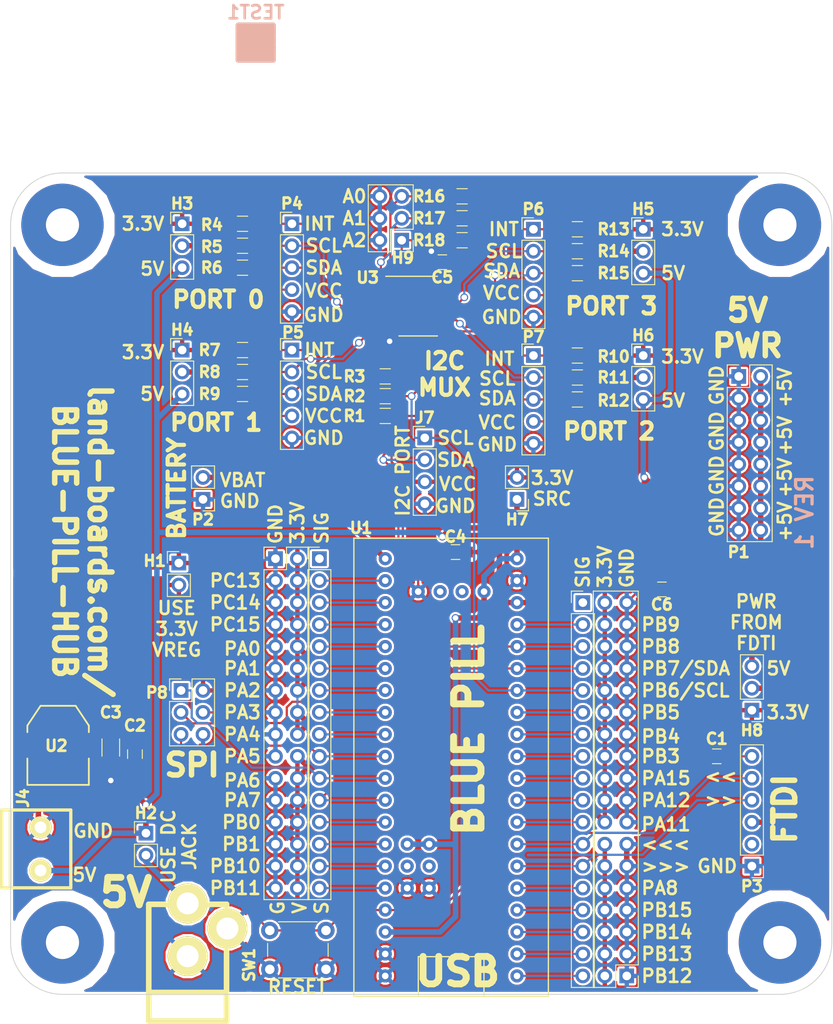
<source format=kicad_pcb>
(kicad_pcb (version 20171130) (host pcbnew "(5.0.2)-1")
  (title_block (title Blue-Pill-Hub) (date 2019-03-03) (rev 2) (company land-boards.com))
  (layers (0 F.Cu signal) (31 B.Cu signal) (36 B.SilkS user) (37 F.SilkS user) (38 B.Mask user) (39 F.Mask user) (44 Edge.Cuts user))
  (net 0 "")
  (net 1 +5V)
  (net 2 GND)
  (net 3 /STM_TX)
  (net 4 /STM_RX)
  (net 5 +3V3)
  (net 6 /DCIN)
  (net 7 /VO3)
  (net 8 /STM_INT)
  (net 9 /STM_SDA)
  (net 10 /STM_SCL)
  (net 11 /INT0)
  (net 12 /SC0)
  (net 13 /SD0)
  (net 14 /SD1)
  (net 15 /SC1)
  (net 16 /INT1)
  (net 17 /INT2)
  (net 18 /SC2)
  (net 19 /SD2)
  (net 20 /SD3)
  (net 21 /SC3)
  (net 22 /INT3)
  (net 23 /PC13)
  (net 24 /PC14)
  (net 25 /PC15)
  (net 26 /PA0)
  (net 27 /PA1)
  (net 28 /PA2)
  (net 29 /PA3)
  (net 30 /PA4)
  (net 31 /PA5)
  (net 32 /PA6)
  (net 33 /PA7)
  (net 34 /PB0)
  (net 35 /PB1)
  (net 36 /PB10)
  (net 37 /PB11)
  (net 38 /PB9)
  (net 39 /PB5)
  (net 40 /PB4)
  (net 41 /PB3)
  (net 42 /PA15)
  (net 43 /PA12)
  (net 44 /PA11)
  (net 45 /PA8)
  (net 46 /PB15)
  (net 47 /PB14)
  (net 48 /PB13)
  (net 49 /PB12)
  (net 50 /A2)
  (net 51 /A1)
  (net 52 /A0)
  (net 53 "Net-(C1-Pad1)")
  (net 54 /RES)
  (net 55 "Net-(H3-Pad2)")
  (net 56 "Net-(H4-Pad2)")
  (net 57 "Net-(H5-Pad2)")
  (net 58 "Net-(H6-Pad2)")
  (net 59 "Net-(H7-Pad1)")
  (net 60 /VBAT)
  (net 61 "Net-(H8-Pad2)")
  (module Capacitors_SMD:C_1206_HandSoldering (layer F.Cu) (at 21.59 76.454 270)
    (fp_text reference C3 (at -4.064 0) (layer F.SilkS) (effects (font (size 1.27 1.27) (thickness 0.3175))))
    (fp_text value 10uF)
    (pad 2 smd rect (at 2 0 270) (size 2 1.6) (layers F.Cu F.Paste F.Mask) (net 2 GND))
    (pad 1 smd rect (at -2 0 270) (size 2 1.6) (layers F.Cu F.Paste F.Mask) (net 7 /VO3))
  )
  (module LandBoards_MountHoles:MTG-6-32 (layer F.Cu) (at 16 16)
    (fp_text reference MTG1 hide)
    (fp_text value MTG_HOLE hide)
    (pad 1 thru_hole circle (at 0 0) (size 9.525 9.525) (drill 3.8354) (layers *.Cu *.Mask) (clearance 1.27))
  )
  (module LandBoards_MountHoles:MTG-6-32 (layer F.Cu) (at 99 16)
    (fp_text reference MTG2 hide)
    (fp_text value MTG_HOLE hide)
    (pad 1 thru_hole circle (at 0 0) (size 9.525 9.525) (drill 3.8354) (layers *.Cu *.Mask) (clearance 1.27))
  )
  (module LandBoards_MountHoles:MTG-6-32 (layer F.Cu) (at 16 99)
    (fp_text reference MTG3 hide)
    (fp_text value MTG_HOLE hide)
    (pad 1 thru_hole circle (at 0 0) (size 9.525 9.525) (drill 3.8354) (layers *.Cu *.Mask) (clearance 1.27))
  )
  (module LandBoards_MountHoles:MTG-6-32 (layer F.Cu) (at 99 99)
    (fp_text reference MTG?1 hide)
    (fp_text value MTG_HOLE hide)
    (pad 1 thru_hole circle (at 0 0) (size 9.525 9.525) (drill 3.8354) (layers *.Cu *.Mask) (clearance 1.27))
  )
  (module LandBoards_Conns:DCJ-NEW (layer F.Cu) (at 30.48 100.584 90)
    (fp_text reference J1 hide)
    (fp_text value DCJ0202 hide)
    (pad 2 thru_hole circle (at 0 0 90) (size 4.6 4.6) (drill 2.54) (layers *.Cu *.Mask F.SilkS) (net 2 GND))
    (pad 1 thru_hole circle (at 6.1 0 90) (size 4.6 4.6) (drill 2.54) (layers *.Cu *.Mask F.SilkS) (net 6 /DCIN))
    (pad 3 thru_hole circle (at 3.2 4.6 90) (size 4.6 4.6) (drill 2.54) (layers *.Cu *.Mask F.SilkS) (net 2 GND))
  )
  (module BP:BLUEPILL (layer F.Cu) (at 60.96 78.74 180)
    (fp_text reference U1 (at 10.414 27.686 180) (layer F.SilkS) (effects (font (size 1.27 1.27) (thickness 0.3175))))
    (fp_text value BP)
    (pad PB12 thru_hole circle (at -7.62 -24.13 180) (size 1.524 1.524) (drill 0.762) (layers *.Cu *.Mask) (net 49 /PB12))
    (pad PB13 thru_hole circle (at -7.62 -21.59 180) (size 1.524 1.524) (drill 0.762) (layers *.Cu *.Mask) (net 48 /PB13))
    (pad PB14 thru_hole circle (at -7.62 -19.05 180) (size 1.524 1.524) (drill 0.762) (layers *.Cu *.Mask) (net 47 /PB14))
    (pad PB15 thru_hole circle (at -7.62 -16.51 180) (size 1.524 1.524) (drill 0.762) (layers *.Cu *.Mask) (net 46 /PB15))
    (pad PA8 thru_hole circle (at -7.62 -13.97 180) (size 1.524 1.524) (drill 0.762) (layers *.Cu *.Mask) (net 45 /PA8))
    (pad PA9 thru_hole circle (at -7.62 -11.43 180) (size 1.524 1.524) (drill 0.762) (layers *.Cu *.Mask) (net 3 /STM_TX))
    (pad PA10 thru_hole circle (at -7.62 -8.89 180) (size 1.524 1.524) (drill 0.762) (layers *.Cu *.Mask) (net 4 /STM_RX))
    (pad PA11 thru_hole circle (at -7.62 -6.35 180) (size 1.524 1.524) (drill 0.762) (layers *.Cu *.Mask) (net 44 /PA11))
    (pad PA12 thru_hole circle (at -7.62 -3.81 180) (size 1.524 1.524) (drill 0.762) (layers *.Cu *.Mask) (net 43 /PA12))
    (pad PA15 thru_hole circle (at -7.62 -1.27 180) (size 1.524 1.524) (drill 0.762) (layers *.Cu *.Mask) (net 42 /PA15))
    (pad PB3 thru_hole circle (at -7.62 1.27 180) (size 1.524 1.524) (drill 0.762) (layers *.Cu *.Mask) (net 41 /PB3))
    (pad PB4 thru_hole circle (at -7.62 3.81 180) (size 1.524 1.524) (drill 0.762) (layers *.Cu *.Mask) (net 40 /PB4))
    (pad PB5 thru_hole circle (at -7.62 6.35 180) (size 1.524 1.524) (drill 0.762) (layers *.Cu *.Mask) (net 39 /PB5))
    (pad PB6 thru_hole circle (at -7.62 8.89 180) (size 1.524 1.524) (drill 0.762) (layers *.Cu *.Mask) (net 10 /STM_SCL))
    (pad PB7 thru_hole circle (at -7.62 11.43 180) (size 1.524 1.524) (drill 0.762) (layers *.Cu *.Mask) (net 9 /STM_SDA))
    (pad PB8 thru_hole circle (at -7.62 13.97 180) (size 1.524 1.524) (drill 0.762) (layers *.Cu *.Mask) (net 8 /STM_INT))
    (pad PB9 thru_hole circle (at -7.62 16.51 180) (size 1.524 1.524) (drill 0.762) (layers *.Cu *.Mask) (net 38 /PB9))
    (pad G thru_hole circle (at -7.62 21.59 180) (size 1.524 1.524) (drill 0.762) (layers *.Cu *.Mask) (net 2 GND))
    (pad 3V3 thru_hole circle (at -7.62 24.13 180) (size 1.524 1.524) (drill 0.762) (layers *.Cu *.Mask) (net 59 "Net-(H7-Pad1)"))
    (pad VBAT thru_hole circle (at 7.62 24.13 180) (size 1.524 1.524) (drill 0.762) (layers *.Cu *.Mask) (net 60 /VBAT))
    (pad PC13 thru_hole circle (at 7.62 21.59 180) (size 1.524 1.524) (drill 0.762) (layers *.Cu *.Mask) (net 23 /PC13))
    (pad PC14 thru_hole circle (at 7.62 19.05 180) (size 1.524 1.524) (drill 0.762) (layers *.Cu *.Mask) (net 24 /PC14))
    (pad PC15 thru_hole circle (at 7.62 16.51 180) (size 1.524 1.524) (drill 0.762) (layers *.Cu *.Mask) (net 25 /PC15))
    (pad PA0 thru_hole circle (at 7.62 13.97 180) (size 1.524 1.524) (drill 0.762) (layers *.Cu *.Mask) (net 26 /PA0))
    (pad PA1 thru_hole circle (at 7.62 11.43 180) (size 1.524 1.524) (drill 0.762) (layers *.Cu *.Mask) (net 27 /PA1))
    (pad PA2 thru_hole circle (at 7.62 8.89 180) (size 1.524 1.524) (drill 0.762) (layers *.Cu *.Mask) (net 28 /PA2))
    (pad PA3 thru_hole circle (at 7.62 6.35 180) (size 1.524 1.524) (drill 0.762) (layers *.Cu *.Mask) (net 29 /PA3))
    (pad PA4 thru_hole circle (at 7.62 3.81 180) (size 1.524 1.524) (drill 0.762) (layers *.Cu *.Mask) (net 30 /PA4))
    (pad PA5 thru_hole circle (at 7.62 1.27 180) (size 1.524 1.524) (drill 0.762) (layers *.Cu *.Mask) (net 31 /PA5))
    (pad PA6 thru_hole circle (at 7.62 -1.27 180) (size 1.524 1.524) (drill 0.762) (layers *.Cu *.Mask) (net 32 /PA6))
    (pad PA7 thru_hole circle (at 7.62 -3.81 180) (size 1.524 1.524) (drill 0.762) (layers *.Cu *.Mask) (net 33 /PA7))
    (pad PB0 thru_hole circle (at 7.62 -6.35 180) (size 1.524 1.524) (drill 0.762) (layers *.Cu *.Mask) (net 34 /PB0))
    (pad PB1 thru_hole circle (at 7.62 -8.89 180) (size 1.524 1.524) (drill 0.762) (layers *.Cu *.Mask) (net 35 /PB1))
    (pad PB10 thru_hole circle (at 7.62 -11.43 180) (size 1.524 1.524) (drill 0.762) (layers *.Cu *.Mask) (net 36 /PB10))
    (pad PB11 thru_hole circle (at 7.62 -13.97 180) (size 1.524 1.524) (drill 0.762) (layers *.Cu *.Mask) (net 37 /PB11))
    (pad NRST thru_hole circle (at 7.62 -16.51 180) (size 1.524 1.524) (drill 0.762) (layers *.Cu *.Mask) (net 54 /RES))
    (pad 3V3 thru_hole circle (at 7.62 -19.05 180) (size 1.524 1.524) (drill 0.762) (layers *.Cu *.Mask) (net 59 "Net-(H7-Pad1)"))
    (pad G thru_hole circle (at 7.62 -21.59 180) (size 1.524 1.524) (drill 0.762) (layers *.Cu *.Mask) (net 2 GND))
    (pad G thru_hole circle (at 7.62 -24.13 180) (size 1.524 1.524) (drill 0.762) (layers *.Cu *.Mask) (net 2 GND))
    (pad 3V3 thru_hole circle (at -3.81 20.32 180) (size 1.524 1.524) (drill 0.762) (layers *.Cu *.Mask) (net 59 "Net-(H7-Pad1)"))
    (pad PA13 thru_hole circle (at -1.27 20.32 180) (size 1.524 1.524) (drill 0.762) (layers *.Cu *.Mask))
    (pad PA14 thru_hole circle (at 1.27 20.32 180) (size 1.524 1.524) (drill 0.762) (layers *.Cu *.Mask))
    (pad G thru_hole circle (at 3.81 20.32 180) (size 1.524 1.524) (drill 0.762) (layers *.Cu *.Mask) (net 2 GND))
    (pad G thru_hole circle (at 5.08 -13.97 180) (size 1.524 1.524) (drill 0.762) (layers *.Cu *.Mask) (net 2 GND))
    (pad BOOT thru_hole circle (at 5.08 -11.43 180) (size 1.524 1.524) (drill 0.762) (layers *.Cu *.Mask))
    (pad 3V3 thru_hole circle (at 5.08 -8.89 180) (size 1.524 1.524) (drill 0.762) (layers *.Cu *.Mask) (net 59 "Net-(H7-Pad1)"))
    (pad G thru_hole circle (at 2.54 -13.97 180) (size 1.524 1.524) (drill 0.762) (layers *.Cu *.Mask) (net 2 GND))
    (pad PB2 thru_hole circle (at 2.54 -11.43 180) (size 1.524 1.524) (drill 0.762) (layers *.Cu *.Mask))
    (pad 3V3 thru_hole circle (at 2.54 -8.89 180) (size 1.524 1.524) (drill 0.762) (layers *.Cu *.Mask) (net 59 "Net-(H7-Pad1)"))
    (pad 5V thru_hole circle (at -7.62 19.05 180) (size 1.524 1.524) (drill 0.762) (layers *.Cu *.Mask) (net 1 +5V))
  )
  (module Pin_Headers:Pin_Header_Straight_1x06_Pitch2.54mm (layer F.Cu) (at 95.758 90.17 180)
    (fp_text reference P3 (at 0 -2.33 180) (layer F.SilkS) (effects (font (size 1.27 1.27) (thickness 0.3175))))
    (fp_text value FTDI-Slave hide)
    (pad 1 thru_hole rect (at 0 0 180) (size 1.7 1.7) (drill 1) (layers *.Cu *.Mask) (net 2 GND))
    (pad 2 thru_hole oval (at 0 2.54 180) (size 1.7 1.7) (drill 1) (layers *.Cu *.Mask))
    (pad 3 thru_hole oval (at 0 5.08 180) (size 1.7 1.7) (drill 1) (layers *.Cu *.Mask) (net 61 "Net-(H8-Pad2)"))
    (pad 4 thru_hole oval (at 0 7.62 180) (size 1.7 1.7) (drill 1) (layers *.Cu *.Mask) (net 3 /STM_TX))
    (pad 5 thru_hole oval (at 0 10.16 180) (size 1.7 1.7) (drill 1) (layers *.Cu *.Mask) (net 4 /STM_RX))
    (pad 6 thru_hole oval (at 0 12.7 180) (size 1.7 1.7) (drill 1) (layers *.Cu *.Mask) (net 53 "Net-(C1-Pad1)"))
  )
  (module Pin_Headers:Pin_Header_Straight_1x02_Pitch2.54mm (layer F.Cu) (at 25.654 86.36)
    (fp_text reference H2 (at 0 -2.33) (layer F.SilkS) (effects (font (size 1.27 1.27) (thickness 0.3175))))
    (fp_text value CONN_01X02 hide)
    (pad 1 thru_hole rect (at 0 0) (size 1.7 1.7) (drill 1) (layers *.Cu *.Mask) (net 1 +5V))
    (pad 2 thru_hole oval (at 0 2.54) (size 1.7 1.7) (drill 1) (layers *.Cu *.Mask) (net 6 /DCIN))
  )
  (module LandBoards_Conns:TB2-5MM (layer F.Cu) (at 13.462 90.678 90)
    (fp_text reference J4 (at 8.382 -2.032 90) (layer F.SilkS) (effects (font (size 1.27 1.27) (thickness 0.3175))))
    (fp_text value CONN_01X02 hide)
    (pad 1 thru_hole circle (at 0 0 90) (size 2.54 2.54) (drill 1.3589) (layers *.Cu *.Mask F.SilkS) (net 1 +5V))
    (pad 2 thru_hole circle (at 5 0 90) (size 2.54 2.54) (drill 1.3589) (layers *.Cu *.Mask F.SilkS) (net 2 GND))
  )
  (module Pin_Headers:Pin_Header_Straight_1x02_Pitch2.54mm (layer F.Cu) (at 29.464 55.118)
    (fp_text reference H1 (at -2.794 -0.254 180) (layer F.SilkS) (effects (font (size 1.27 1.27) (thickness 0.3175))))
    (fp_text value CONN_01X02 hide)
    (pad 1 thru_hole rect (at 0 0) (size 1.7 1.7) (drill 1) (layers *.Cu *.Mask) (net 5 +3V3))
    (pad 2 thru_hole oval (at 0 2.54) (size 1.7 1.7) (drill 1) (layers *.Cu *.Mask) (net 7 /VO3))
  )
  (module LandBoards_SMD_Packages:SOT223 (layer F.Cu) (at 15.494 76.2)
    (fp_text reference U2 (at -0.2032 0.0508) (layer F.SilkS) (effects (font (size 1.27 1.27) (thickness 0.3175))))
    (fp_text value AP1117 hide)
    (pad 4 smd rect (at 0 -3.302) (size 3.6576 2.032) (layers F.Cu F.Mask) (net 7 /VO3))
    (pad 2 smd rect (at 0 3.302) (size 1.016 2.032) (layers F.Cu F.Mask) (net 7 /VO3))
    (pad 3 smd rect (at 2.286 3.302) (size 1.016 2.032) (layers F.Cu F.Mask) (net 1 +5V))
    (pad 1 smd rect (at -2.286 3.302) (size 1.016 2.032) (layers F.Cu F.Mask) (net 2 GND))
  )
  (module Pin_Headers:Pin_Header_Straight_2x03_Pitch2.54mm (layer F.Cu) (at 55.245 17.78 180)
    (fp_text reference H9 (at -0.127 -2.032 180) (layer F.SilkS) (effects (font (size 1.27 1.27) (thickness 0.3175))))
    (fp_text value CONN_02X03)
    (pad 1 thru_hole rect (at 0 0 180) (size 1.7 1.7) (drill 1) (layers *.Cu *.Mask) (net 50 /A2))
    (pad 2 thru_hole oval (at 2.54 0 180) (size 1.7 1.7) (drill 1) (layers *.Cu *.Mask) (net 2 GND))
    (pad 3 thru_hole oval (at 0 2.54 180) (size 1.7 1.7) (drill 1) (layers *.Cu *.Mask) (net 51 /A1))
    (pad 4 thru_hole oval (at 2.54 2.54 180) (size 1.7 1.7) (drill 1) (layers *.Cu *.Mask) (net 2 GND))
    (pad 5 thru_hole oval (at 0 5.08 180) (size 1.7 1.7) (drill 1) (layers *.Cu *.Mask) (net 52 /A0))
    (pad 6 thru_hole oval (at 2.54 5.08 180) (size 1.7 1.7) (drill 1) (layers *.Cu *.Mask) (net 2 GND))
  )
  (module Pin_Headers:Pin_Header_Straight_2x16_Pitch2.54mm (layer F.Cu) (at 40.64 54.61)
    (fp_text reference P11 hide)
    (fp_text value CONN_02X16)
    (pad 1 thru_hole rect (at 0 0) (size 1.7 1.7) (drill 1) (layers *.Cu *.Mask) (net 2 GND))
    (pad 2 thru_hole oval (at 2.54 0) (size 1.7 1.7) (drill 1) (layers *.Cu *.Mask) (net 5 +3V3))
    (pad 3 thru_hole oval (at 0 2.54) (size 1.7 1.7) (drill 1) (layers *.Cu *.Mask) (net 2 GND))
    (pad 4 thru_hole oval (at 2.54 2.54) (size 1.7 1.7) (drill 1) (layers *.Cu *.Mask) (net 5 +3V3))
    (pad 5 thru_hole oval (at 0 5.08) (size 1.7 1.7) (drill 1) (layers *.Cu *.Mask) (net 2 GND))
    (pad 6 thru_hole oval (at 2.54 5.08) (size 1.7 1.7) (drill 1) (layers *.Cu *.Mask) (net 5 +3V3))
    (pad 7 thru_hole oval (at 0 7.62) (size 1.7 1.7) (drill 1) (layers *.Cu *.Mask) (net 2 GND))
    (pad 8 thru_hole oval (at 2.54 7.62) (size 1.7 1.7) (drill 1) (layers *.Cu *.Mask) (net 5 +3V3))
    (pad 9 thru_hole oval (at 0 10.16) (size 1.7 1.7) (drill 1) (layers *.Cu *.Mask) (net 2 GND))
    (pad 10 thru_hole oval (at 2.54 10.16) (size 1.7 1.7) (drill 1) (layers *.Cu *.Mask) (net 5 +3V3))
    (pad 11 thru_hole oval (at 0 12.7) (size 1.7 1.7) (drill 1) (layers *.Cu *.Mask) (net 2 GND))
    (pad 12 thru_hole oval (at 2.54 12.7) (size 1.7 1.7) (drill 1) (layers *.Cu *.Mask) (net 5 +3V3))
    (pad 13 thru_hole oval (at 0 15.24) (size 1.7 1.7) (drill 1) (layers *.Cu *.Mask) (net 2 GND))
    (pad 14 thru_hole oval (at 2.54 15.24) (size 1.7 1.7) (drill 1) (layers *.Cu *.Mask) (net 5 +3V3))
    (pad 15 thru_hole oval (at 0 17.78) (size 1.7 1.7) (drill 1) (layers *.Cu *.Mask) (net 2 GND))
    (pad 16 thru_hole oval (at 2.54 17.78) (size 1.7 1.7) (drill 1) (layers *.Cu *.Mask) (net 5 +3V3))
    (pad 17 thru_hole oval (at 0 20.32) (size 1.7 1.7) (drill 1) (layers *.Cu *.Mask) (net 2 GND))
    (pad 18 thru_hole oval (at 2.54 20.32) (size 1.7 1.7) (drill 1) (layers *.Cu *.Mask) (net 5 +3V3))
    (pad 19 thru_hole oval (at 0 22.86) (size 1.7 1.7) (drill 1) (layers *.Cu *.Mask) (net 2 GND))
    (pad 20 thru_hole oval (at 2.54 22.86) (size 1.7 1.7) (drill 1) (layers *.Cu *.Mask) (net 5 +3V3))
    (pad 21 thru_hole oval (at 0 25.4) (size 1.7 1.7) (drill 1) (layers *.Cu *.Mask) (net 2 GND))
    (pad 22 thru_hole oval (at 2.54 25.4) (size 1.7 1.7) (drill 1) (layers *.Cu *.Mask) (net 5 +3V3))
    (pad 23 thru_hole oval (at 0 27.94) (size 1.7 1.7) (drill 1) (layers *.Cu *.Mask) (net 2 GND))
    (pad 24 thru_hole oval (at 2.54 27.94) (size 1.7 1.7) (drill 1) (layers *.Cu *.Mask) (net 5 +3V3))
    (pad 25 thru_hole oval (at 0 30.48) (size 1.7 1.7) (drill 1) (layers *.Cu *.Mask) (net 2 GND))
    (pad 26 thru_hole oval (at 2.54 30.48) (size 1.7 1.7) (drill 1) (layers *.Cu *.Mask) (net 5 +3V3))
    (pad 27 thru_hole oval (at 0 33.02) (size 1.7 1.7) (drill 1) (layers *.Cu *.Mask) (net 2 GND))
    (pad 28 thru_hole oval (at 2.54 33.02) (size 1.7 1.7) (drill 1) (layers *.Cu *.Mask) (net 5 +3V3))
    (pad 29 thru_hole oval (at 0 35.56) (size 1.7 1.7) (drill 1) (layers *.Cu *.Mask) (net 2 GND))
    (pad 30 thru_hole oval (at 2.54 35.56) (size 1.7 1.7) (drill 1) (layers *.Cu *.Mask) (net 5 +3V3))
    (pad 31 thru_hole oval (at 0 38.1) (size 1.7 1.7) (drill 1) (layers *.Cu *.Mask) (net 2 GND))
    (pad 32 thru_hole oval (at 2.54 38.1) (size 1.7 1.7) (drill 1) (layers *.Cu *.Mask) (net 5 +3V3))
  )
  (module Pin_Headers:Pin_Header_Straight_1x16_Pitch2.54mm (layer F.Cu) (at 45.72 54.61)
    (fp_text reference P12 hide)
    (fp_text value CONN_01X16)
    (pad 1 thru_hole rect (at 0 0) (size 1.7 1.7) (drill 1) (layers *.Cu *.Mask))
    (pad 2 thru_hole oval (at 0 2.54) (size 1.7 1.7) (drill 1) (layers *.Cu *.Mask) (net 23 /PC13))
    (pad 3 thru_hole oval (at 0 5.08) (size 1.7 1.7) (drill 1) (layers *.Cu *.Mask) (net 24 /PC14))
    (pad 4 thru_hole oval (at 0 7.62) (size 1.7 1.7) (drill 1) (layers *.Cu *.Mask) (net 25 /PC15))
    (pad 5 thru_hole oval (at 0 10.16) (size 1.7 1.7) (drill 1) (layers *.Cu *.Mask) (net 26 /PA0))
    (pad 6 thru_hole oval (at 0 12.7) (size 1.7 1.7) (drill 1) (layers *.Cu *.Mask) (net 27 /PA1))
    (pad 7 thru_hole oval (at 0 15.24) (size 1.7 1.7) (drill 1) (layers *.Cu *.Mask) (net 28 /PA2))
    (pad 8 thru_hole oval (at 0 17.78) (size 1.7 1.7) (drill 1) (layers *.Cu *.Mask) (net 29 /PA3))
    (pad 9 thru_hole oval (at 0 20.32) (size 1.7 1.7) (drill 1) (layers *.Cu *.Mask) (net 30 /PA4))
    (pad 10 thru_hole oval (at 0 22.86) (size 1.7 1.7) (drill 1) (layers *.Cu *.Mask) (net 31 /PA5))
    (pad 11 thru_hole oval (at 0 25.4) (size 1.7 1.7) (drill 1) (layers *.Cu *.Mask) (net 32 /PA6))
    (pad 12 thru_hole oval (at 0 27.94) (size 1.7 1.7) (drill 1) (layers *.Cu *.Mask) (net 33 /PA7))
    (pad 13 thru_hole oval (at 0 30.48) (size 1.7 1.7) (drill 1) (layers *.Cu *.Mask) (net 34 /PB0))
    (pad 14 thru_hole oval (at 0 33.02) (size 1.7 1.7) (drill 1) (layers *.Cu *.Mask) (net 35 /PB1))
    (pad 15 thru_hole oval (at 0 35.56) (size 1.7 1.7) (drill 1) (layers *.Cu *.Mask) (net 36 /PB10))
    (pad 16 thru_hole oval (at 0 38.1) (size 1.7 1.7) (drill 1) (layers *.Cu *.Mask) (net 37 /PB11))
  )
  (module Pin_Headers:Pin_Header_Straight_2x18_Pitch2.54mm (layer F.Cu) (at 81.28 102.87 180)
    (fp_text reference P14 hide)
    (fp_text value CONN_02X18)
    (pad 1 thru_hole rect (at 0 0 180) (size 1.7 1.7) (drill 1) (layers *.Cu *.Mask) (net 2 GND))
    (pad 2 thru_hole oval (at 2.54 0 180) (size 1.7 1.7) (drill 1) (layers *.Cu *.Mask) (net 5 +3V3))
    (pad 3 thru_hole oval (at 0 2.54 180) (size 1.7 1.7) (drill 1) (layers *.Cu *.Mask) (net 2 GND))
    (pad 4 thru_hole oval (at 2.54 2.54 180) (size 1.7 1.7) (drill 1) (layers *.Cu *.Mask) (net 5 +3V3))
    (pad 5 thru_hole oval (at 0 5.08 180) (size 1.7 1.7) (drill 1) (layers *.Cu *.Mask) (net 2 GND))
    (pad 6 thru_hole oval (at 2.54 5.08 180) (size 1.7 1.7) (drill 1) (layers *.Cu *.Mask) (net 5 +3V3))
    (pad 7 thru_hole oval (at 0 7.62 180) (size 1.7 1.7) (drill 1) (layers *.Cu *.Mask) (net 2 GND))
    (pad 8 thru_hole oval (at 2.54 7.62 180) (size 1.7 1.7) (drill 1) (layers *.Cu *.Mask) (net 5 +3V3))
    (pad 9 thru_hole oval (at 0 10.16 180) (size 1.7 1.7) (drill 1) (layers *.Cu *.Mask) (net 2 GND))
    (pad 10 thru_hole oval (at 2.54 10.16 180) (size 1.7 1.7) (drill 1) (layers *.Cu *.Mask) (net 5 +3V3))
    (pad 11 thru_hole oval (at 0 12.7 180) (size 1.7 1.7) (drill 1) (layers *.Cu *.Mask) (net 2 GND))
    (pad 12 thru_hole oval (at 2.54 12.7 180) (size 1.7 1.7) (drill 1) (layers *.Cu *.Mask) (net 5 +3V3))
    (pad 13 thru_hole oval (at 0 15.24 180) (size 1.7 1.7) (drill 1) (layers *.Cu *.Mask) (net 2 GND))
    (pad 14 thru_hole oval (at 2.54 15.24 180) (size 1.7 1.7) (drill 1) (layers *.Cu *.Mask) (net 5 +3V3))
    (pad 15 thru_hole oval (at 0 17.78 180) (size 1.7 1.7) (drill 1) (layers *.Cu *.Mask) (net 2 GND))
    (pad 16 thru_hole oval (at 2.54 17.78 180) (size 1.7 1.7) (drill 1) (layers *.Cu *.Mask) (net 5 +3V3))
    (pad 17 thru_hole oval (at 0 20.32 180) (size 1.7 1.7) (drill 1) (layers *.Cu *.Mask) (net 2 GND))
    (pad 18 thru_hole oval (at 2.54 20.32 180) (size 1.7 1.7) (drill 1) (layers *.Cu *.Mask) (net 5 +3V3))
    (pad 19 thru_hole oval (at 0 22.86 180) (size 1.7 1.7) (drill 1) (layers *.Cu *.Mask) (net 2 GND))
    (pad 20 thru_hole oval (at 2.54 22.86 180) (size 1.7 1.7) (drill 1) (layers *.Cu *.Mask) (net 5 +3V3))
    (pad 21 thru_hole oval (at 0 25.4 180) (size 1.7 1.7) (drill 1) (layers *.Cu *.Mask) (net 2 GND))
    (pad 22 thru_hole oval (at 2.54 25.4 180) (size 1.7 1.7) (drill 1) (layers *.Cu *.Mask) (net 5 +3V3))
    (pad 23 thru_hole oval (at 0 27.94 180) (size 1.7 1.7) (drill 1) (layers *.Cu *.Mask) (net 2 GND))
    (pad 24 thru_hole oval (at 2.54 27.94 180) (size 1.7 1.7) (drill 1) (layers *.Cu *.Mask) (net 5 +3V3))
    (pad 25 thru_hole oval (at 0 30.48 180) (size 1.7 1.7) (drill 1) (layers *.Cu *.Mask) (net 2 GND))
    (pad 26 thru_hole oval (at 2.54 30.48 180) (size 1.7 1.7) (drill 1) (layers *.Cu *.Mask) (net 5 +3V3))
    (pad 27 thru_hole oval (at 0 33.02 180) (size 1.7 1.7) (drill 1) (layers *.Cu *.Mask) (net 2 GND))
    (pad 28 thru_hole oval (at 2.54 33.02 180) (size 1.7 1.7) (drill 1) (layers *.Cu *.Mask) (net 5 +3V3))
    (pad 29 thru_hole oval (at 0 35.56 180) (size 1.7 1.7) (drill 1) (layers *.Cu *.Mask) (net 2 GND))
    (pad 30 thru_hole oval (at 2.54 35.56 180) (size 1.7 1.7) (drill 1) (layers *.Cu *.Mask) (net 5 +3V3))
    (pad 31 thru_hole oval (at 0 38.1 180) (size 1.7 1.7) (drill 1) (layers *.Cu *.Mask) (net 2 GND))
    (pad 32 thru_hole oval (at 2.54 38.1 180) (size 1.7 1.7) (drill 1) (layers *.Cu *.Mask) (net 5 +3V3))
    (pad 33 thru_hole oval (at 0 40.64 180) (size 1.7 1.7) (drill 1) (layers *.Cu *.Mask) (net 2 GND))
    (pad 34 thru_hole oval (at 2.54 40.64 180) (size 1.7 1.7) (drill 1) (layers *.Cu *.Mask) (net 5 +3V3))
    (pad 35 thru_hole oval (at 0 43.18 180) (size 1.7 1.7) (drill 1) (layers *.Cu *.Mask) (net 2 GND))
    (pad 36 thru_hole oval (at 2.54 43.18 180) (size 1.7 1.7) (drill 1) (layers *.Cu *.Mask) (net 5 +3V3))
  )
  (module Resistors_SMD:R_0805_HandSoldering (layer F.Cu) (at 53.34 38.1)
    (fp_text reference R1 (at -3.556 0) (layer F.SilkS) (effects (font (size 1.27 1.27) (thickness 0.3175))))
    (fp_text value 10K)
    (pad 1 smd rect (at -1.35 0) (size 1.5 1.3) (layers F.Cu F.Mask) (net 5 +3V3))
    (pad 2 smd rect (at 1.35 0) (size 1.5 1.3) (layers F.Cu F.Mask) (net 8 /STM_INT))
  )
  (module Resistors_SMD:R_0805_HandSoldering (layer F.Cu) (at 53.34 35.814)
    (fp_text reference R2 (at -3.556 0) (layer F.SilkS) (effects (font (size 1.27 1.27) (thickness 0.3175))))
    (fp_text value 2.2K)
    (pad 1 smd rect (at -1.35 0) (size 1.5 1.3) (layers F.Cu F.Mask) (net 5 +3V3))
    (pad 2 smd rect (at 1.35 0) (size 1.5 1.3) (layers F.Cu F.Mask) (net 10 /STM_SCL))
  )
  (module Resistors_SMD:R_0805_HandSoldering (layer F.Cu) (at 53.34 33.528)
    (fp_text reference R3 (at -3.556 0) (layer F.SilkS) (effects (font (size 1.27 1.27) (thickness 0.3175))))
    (fp_text value 2.2K)
    (pad 1 smd rect (at -1.35 0) (size 1.5 1.3) (layers F.Cu F.Mask) (net 5 +3V3))
    (pad 2 smd rect (at 1.35 0) (size 1.5 1.3) (layers F.Cu F.Mask) (net 9 /STM_SDA))
  )
  (module Resistors_SMD:R_0805_HandSoldering (layer F.Cu) (at 36.83 15.875)
    (fp_text reference R4 (at -3.556 0.127) (layer F.SilkS) (effects (font (size 1.27 1.27) (thickness 0.3175))))
    (fp_text value 10K)
    (pad 1 smd rect (at -1.35 0) (size 1.5 1.3) (layers F.Cu F.Mask) (net 55 "Net-(H3-Pad2)"))
    (pad 2 smd rect (at 1.35 0) (size 1.5 1.3) (layers F.Cu F.Mask) (net 11 /INT0))
  )
  (module Resistors_SMD:R_0805_HandSoldering (layer F.Cu) (at 36.83 18.415)
    (fp_text reference R5 (at -3.556 0.127) (layer F.SilkS) (effects (font (size 1.27 1.27) (thickness 0.3175))))
    (fp_text value 2.2K)
    (pad 1 smd rect (at -1.35 0) (size 1.5 1.3) (layers F.Cu F.Mask) (net 55 "Net-(H3-Pad2)"))
    (pad 2 smd rect (at 1.35 0) (size 1.5 1.3) (layers F.Cu F.Mask) (net 12 /SC0))
  )
  (module Resistors_SMD:R_0805_HandSoldering (layer F.Cu) (at 36.83 20.955)
    (fp_text reference R6 (at -3.556 0) (layer F.SilkS) (effects (font (size 1.27 1.27) (thickness 0.3175))))
    (fp_text value 2.2K)
    (pad 1 smd rect (at -1.35 0) (size 1.5 1.3) (layers F.Cu F.Mask) (net 55 "Net-(H3-Pad2)"))
    (pad 2 smd rect (at 1.35 0) (size 1.5 1.3) (layers F.Cu F.Mask) (net 13 /SD0))
  )
  (module Resistors_SMD:R_0805_HandSoldering (layer F.Cu) (at 36.83 30.48)
    (fp_text reference R7 (at -3.81 0) (layer F.SilkS) (effects (font (size 1.27 1.27) (thickness 0.3175))))
    (fp_text value 10K)
    (pad 1 smd rect (at -1.35 0) (size 1.5 1.3) (layers F.Cu F.Mask) (net 56 "Net-(H4-Pad2)"))
    (pad 2 smd rect (at 1.35 0) (size 1.5 1.3) (layers F.Cu F.Mask) (net 16 /INT1))
  )
  (module Resistors_SMD:R_0805_HandSoldering (layer F.Cu) (at 36.83 33.02)
    (fp_text reference R8 (at -3.81 0) (layer F.SilkS) (effects (font (size 1.27 1.27) (thickness 0.3175))))
    (fp_text value 2.2K)
    (pad 1 smd rect (at -1.35 0) (size 1.5 1.3) (layers F.Cu F.Mask) (net 56 "Net-(H4-Pad2)"))
    (pad 2 smd rect (at 1.35 0) (size 1.5 1.3) (layers F.Cu F.Mask) (net 15 /SC1))
  )
  (module Resistors_SMD:R_0805_HandSoldering (layer F.Cu) (at 36.83 35.56)
    (fp_text reference R9 (at -3.81 0) (layer F.SilkS) (effects (font (size 1.27 1.27) (thickness 0.3175))))
    (fp_text value 2.2K)
    (pad 1 smd rect (at -1.35 0) (size 1.5 1.3) (layers F.Cu F.Mask) (net 56 "Net-(H4-Pad2)"))
    (pad 2 smd rect (at 1.35 0) (size 1.5 1.3) (layers F.Cu F.Mask) (net 14 /SD1))
  )
  (module Resistors_SMD:R_0805_HandSoldering (layer F.Cu) (at 75.565 31.115 180)
    (fp_text reference R10 (at -4.191 -0.127 180) (layer F.SilkS) (effects (font (size 1.27 1.27) (thickness 0.3175))))
    (fp_text value 10K)
    (pad 1 smd rect (at -1.35 0 180) (size 1.5 1.3) (layers F.Cu F.Mask) (net 58 "Net-(H6-Pad2)"))
    (pad 2 smd rect (at 1.35 0 180) (size 1.5 1.3) (layers F.Cu F.Mask) (net 17 /INT2))
  )
  (module Resistors_SMD:R_0805_HandSoldering (layer F.Cu) (at 75.565 33.655 180)
    (fp_text reference R11 (at -4.191 0 180) (layer F.SilkS) (effects (font (size 1.27 1.27) (thickness 0.3175))))
    (fp_text value 2.2K)
    (pad 1 smd rect (at -1.35 0 180) (size 1.5 1.3) (layers F.Cu F.Mask) (net 58 "Net-(H6-Pad2)"))
    (pad 2 smd rect (at 1.35 0 180) (size 1.5 1.3) (layers F.Cu F.Mask) (net 18 /SC2))
  )
  (module Resistors_SMD:R_0805_HandSoldering (layer F.Cu) (at 75.565 36.195 180)
    (fp_text reference R12 (at -4.191 -0.127 180) (layer F.SilkS) (effects (font (size 1.27 1.27) (thickness 0.3175))))
    (fp_text value 2.2K)
    (pad 1 smd rect (at -1.35 0 180) (size 1.5 1.3) (layers F.Cu F.Mask) (net 58 "Net-(H6-Pad2)"))
    (pad 2 smd rect (at 1.35 0 180) (size 1.5 1.3) (layers F.Cu F.Mask) (net 19 /SD2))
  )
  (module Resistors_SMD:R_0805_HandSoldering (layer F.Cu) (at 75.565 16.51 180)
    (fp_text reference R13 (at -4.191 0 180) (layer F.SilkS) (effects (font (size 1.27 1.27) (thickness 0.3175))))
    (fp_text value 10K)
    (pad 1 smd rect (at -1.35 0 180) (size 1.5 1.3) (layers F.Cu F.Mask) (net 57 "Net-(H5-Pad2)"))
    (pad 2 smd rect (at 1.35 0 180) (size 1.5 1.3) (layers F.Cu F.Mask) (net 22 /INT3))
  )
  (module Resistors_SMD:R_0805_HandSoldering (layer F.Cu) (at 75.565 19.05 180)
    (fp_text reference R14 (at -4.191 0 180) (layer F.SilkS) (effects (font (size 1.27 1.27) (thickness 0.3175))))
    (fp_text value 2.2K)
    (pad 1 smd rect (at -1.35 0 180) (size 1.5 1.3) (layers F.Cu F.Mask) (net 57 "Net-(H5-Pad2)"))
    (pad 2 smd rect (at 1.35 0 180) (size 1.5 1.3) (layers F.Cu F.Mask) (net 21 /SC3))
  )
  (module Resistors_SMD:R_0805_HandSoldering (layer F.Cu) (at 75.565 21.59 180)
    (fp_text reference R15 (at -4.191 0 180) (layer F.SilkS) (effects (font (size 1.27 1.27) (thickness 0.3175))))
    (fp_text value 2.2K)
    (pad 1 smd rect (at -1.35 0 180) (size 1.5 1.3) (layers F.Cu F.Mask) (net 57 "Net-(H5-Pad2)"))
    (pad 2 smd rect (at 1.35 0 180) (size 1.5 1.3) (layers F.Cu F.Mask) (net 20 /SD3))
  )
  (module Resistors_SMD:R_0805_HandSoldering (layer F.Cu) (at 62.23 12.7 180)
    (fp_text reference R16 (at 3.81 0 180) (layer F.SilkS) (effects (font (size 1.27 1.27) (thickness 0.3175))))
    (fp_text value 10K)
    (pad 1 smd rect (at -1.35 0 180) (size 1.5 1.3) (layers F.Cu F.Mask) (net 5 +3V3))
    (pad 2 smd rect (at 1.35 0 180) (size 1.5 1.3) (layers F.Cu F.Mask) (net 52 /A0))
  )
  (module Resistors_SMD:R_0805_HandSoldering (layer F.Cu) (at 62.23 15.24 180)
    (fp_text reference R17 (at 3.81 0 180) (layer F.SilkS) (effects (font (size 1.27 1.27) (thickness 0.3175))))
    (fp_text value 10K)
    (pad 1 smd rect (at -1.35 0 180) (size 1.5 1.3) (layers F.Cu F.Mask) (net 5 +3V3))
    (pad 2 smd rect (at 1.35 0 180) (size 1.5 1.3) (layers F.Cu F.Mask) (net 51 /A1))
  )
  (module Resistors_SMD:R_0805_HandSoldering (layer F.Cu) (at 62.23 17.78 180)
    (fp_text reference R18 (at 3.81 0 180) (layer F.SilkS) (effects (font (size 1.27 1.27) (thickness 0.3175))))
    (fp_text value 10K)
    (pad 1 smd rect (at -1.35 0 180) (size 1.5 1.3) (layers F.Cu F.Mask) (net 5 +3V3))
    (pad 2 smd rect (at 1.35 0 180) (size 1.5 1.3) (layers F.Cu F.Mask) (net 50 /A2))
  )
  (module Pin_Headers:Pin_Header_Straight_1x18_Pitch2.54mm (layer F.Cu) (at 76.2 59.69)
    (fp_text reference P13 hide)
    (fp_text value CONN_01X18)
    (pad 1 thru_hole rect (at 0 0) (size 1.7 1.7) (drill 1) (layers *.Cu *.Mask))
    (pad 2 thru_hole oval (at 0 2.54) (size 1.7 1.7) (drill 1) (layers *.Cu *.Mask) (net 38 /PB9))
    (pad 3 thru_hole oval (at 0 5.08) (size 1.7 1.7) (drill 1) (layers *.Cu *.Mask) (net 8 /STM_INT))
    (pad 4 thru_hole oval (at 0 7.62) (size 1.7 1.7) (drill 1) (layers *.Cu *.Mask) (net 9 /STM_SDA))
    (pad 5 thru_hole oval (at 0 10.16) (size 1.7 1.7) (drill 1) (layers *.Cu *.Mask) (net 10 /STM_SCL))
    (pad 6 thru_hole oval (at 0 12.7) (size 1.7 1.7) (drill 1) (layers *.Cu *.Mask) (net 39 /PB5))
    (pad 7 thru_hole oval (at 0 15.24) (size 1.7 1.7) (drill 1) (layers *.Cu *.Mask) (net 40 /PB4))
    (pad 8 thru_hole oval (at 0 17.78) (size 1.7 1.7) (drill 1) (layers *.Cu *.Mask) (net 41 /PB3))
    (pad 9 thru_hole oval (at 0 20.32) (size 1.7 1.7) (drill 1) (layers *.Cu *.Mask) (net 42 /PA15))
    (pad 10 thru_hole oval (at 0 22.86) (size 1.7 1.7) (drill 1) (layers *.Cu *.Mask) (net 43 /PA12))
    (pad 11 thru_hole oval (at 0 25.4) (size 1.7 1.7) (drill 1) (layers *.Cu *.Mask) (net 44 /PA11))
    (pad 12 thru_hole oval (at 0 27.94) (size 1.7 1.7) (drill 1) (layers *.Cu *.Mask) (net 4 /STM_RX))
    (pad 13 thru_hole oval (at 0 30.48) (size 1.7 1.7) (drill 1) (layers *.Cu *.Mask) (net 3 /STM_TX))
    (pad 14 thru_hole oval (at 0 33.02) (size 1.7 1.7) (drill 1) (layers *.Cu *.Mask) (net 45 /PA8))
    (pad 15 thru_hole oval (at 0 35.56) (size 1.7 1.7) (drill 1) (layers *.Cu *.Mask) (net 46 /PB15))
    (pad 16 thru_hole oval (at 0 38.1) (size 1.7 1.7) (drill 1) (layers *.Cu *.Mask) (net 47 /PB14))
    (pad 17 thru_hole oval (at 0 40.64) (size 1.7 1.7) (drill 1) (layers *.Cu *.Mask) (net 48 /PB13))
    (pad 18 thru_hole oval (at 0 43.18) (size 1.7 1.7) (drill 1) (layers *.Cu *.Mask) (net 49 /PB12))
  )
  (module Pin_Headers:Pin_Header_Straight_1x03_Pitch2.54mm (layer F.Cu) (at 29.845 15.875)
    (fp_text reference H3 (at 0 -2.33) (layer F.SilkS) (effects (font (size 1.27 1.27) (thickness 0.3175))))
    (fp_text value CONN_01X03)
    (pad 1 thru_hole rect (at 0 0) (size 1.7 1.7) (drill 1) (layers *.Cu *.Mask) (net 5 +3V3))
    (pad 2 thru_hole oval (at 0 2.54) (size 1.7 1.7) (drill 1) (layers *.Cu *.Mask) (net 55 "Net-(H3-Pad2)"))
    (pad 3 thru_hole oval (at 0 5.08) (size 1.7 1.7) (drill 1) (layers *.Cu *.Mask) (net 1 +5V))
  )
  (module Pin_Headers:Pin_Header_Straight_1x03_Pitch2.54mm (layer F.Cu) (at 83.185 16.51)
    (fp_text reference H5 (at 0 -2.33) (layer F.SilkS) (effects (font (size 1.27 1.27) (thickness 0.3175))))
    (fp_text value CONN_01X03)
    (pad 3 thru_hole oval (at 0 5.08) (size 1.7 1.7) (drill 1) (layers *.Cu *.Mask) (net 1 +5V))
    (pad 2 thru_hole oval (at 0 2.54) (size 1.7 1.7) (drill 1) (layers *.Cu *.Mask) (net 57 "Net-(H5-Pad2)"))
    (pad 1 thru_hole rect (at 0 0) (size 1.7 1.7) (drill 1) (layers *.Cu *.Mask) (net 5 +3V3))
  )
  (module Pin_Headers:Pin_Header_Straight_1x03_Pitch2.54mm (layer F.Cu) (at 29.845 30.48)
    (fp_text reference H4 (at 0 -2.33) (layer F.SilkS) (effects (font (size 1.27 1.27) (thickness 0.3175))))
    (fp_text value CONN_01X03)
    (pad 3 thru_hole oval (at 0 5.08) (size 1.7 1.7) (drill 1) (layers *.Cu *.Mask) (net 1 +5V))
    (pad 2 thru_hole oval (at 0 2.54) (size 1.7 1.7) (drill 1) (layers *.Cu *.Mask) (net 56 "Net-(H4-Pad2)"))
    (pad 1 thru_hole rect (at 0 0) (size 1.7 1.7) (drill 1) (layers *.Cu *.Mask) (net 5 +3V3))
  )
  (module Pin_Headers:Pin_Header_Straight_1x03_Pitch2.54mm (layer F.Cu) (at 83.185 31.115)
    (fp_text reference H6 (at 0 -2.33) (layer F.SilkS) (effects (font (size 1.27 1.27) (thickness 0.3175))))
    (fp_text value CONN_01X03)
    (pad 1 thru_hole rect (at 0 0) (size 1.7 1.7) (drill 1) (layers *.Cu *.Mask) (net 5 +3V3))
    (pad 2 thru_hole oval (at 0 2.54) (size 1.7 1.7) (drill 1) (layers *.Cu *.Mask) (net 58 "Net-(H6-Pad2)"))
    (pad 3 thru_hole oval (at 0 5.08) (size 1.7 1.7) (drill 1) (layers *.Cu *.Mask) (net 1 +5V))
  )
  (module Housings_SSOP:TSSOP-20_4.4x6.5mm_Pitch0.65mm (layer F.Cu) (at 57.15 25.4)
    (fp_text reference U3 (at -5.842 -3.302) (layer F.SilkS) (effects (font (size 1.27 1.27) (thickness 0.3175))))
    (fp_text value PCA9544A)
    (pad 20 smd rect (at 2.95 -2.925) (size 1.45 0.45) (layers F.Cu F.Paste F.Mask) (net 5 +3V3))
    (pad 19 smd rect (at 2.95 -2.275) (size 1.45 0.45) (layers F.Cu F.Paste F.Mask) (net 9 /STM_SDA))
    (pad 18 smd rect (at 2.95 -1.625) (size 1.45 0.45) (layers F.Cu F.Paste F.Mask) (net 10 /STM_SCL))
    (pad 17 smd rect (at 2.95 -0.975) (size 1.45 0.45) (layers F.Cu F.Paste F.Mask) (net 8 /STM_INT))
    (pad 16 smd rect (at 2.95 -0.325) (size 1.45 0.45) (layers F.Cu F.Paste F.Mask) (net 21 /SC3))
    (pad 15 smd rect (at 2.95 0.325) (size 1.45 0.45) (layers F.Cu F.Paste F.Mask) (net 20 /SD3))
    (pad 14 smd rect (at 2.95 0.975) (size 1.45 0.45) (layers F.Cu F.Paste F.Mask) (net 22 /INT3))
    (pad 13 smd rect (at 2.95 1.625) (size 1.45 0.45) (layers F.Cu F.Paste F.Mask) (net 18 /SC2))
    (pad 12 smd rect (at 2.95 2.275) (size 1.45 0.45) (layers F.Cu F.Paste F.Mask) (net 19 /SD2))
    (pad 11 smd rect (at 2.95 2.925) (size 1.45 0.45) (layers F.Cu F.Paste F.Mask) (net 17 /INT2))
    (pad 10 smd rect (at -2.95 2.925) (size 1.45 0.45) (layers F.Cu F.Paste F.Mask) (net 2 GND))
    (pad 9 smd rect (at -2.95 2.275) (size 1.45 0.45) (layers F.Cu F.Paste F.Mask) (net 15 /SC1))
    (pad 8 smd rect (at -2.95 1.625) (size 1.45 0.45) (layers F.Cu F.Paste F.Mask) (net 14 /SD1))
    (pad 7 smd rect (at -2.95 0.975) (size 1.45 0.45) (layers F.Cu F.Paste F.Mask) (net 16 /INT1))
    (pad 6 smd rect (at -2.95 0.325) (size 1.45 0.45) (layers F.Cu F.Paste F.Mask) (net 12 /SC0))
    (pad 5 smd rect (at -2.95 -0.325) (size 1.45 0.45) (layers F.Cu F.Paste F.Mask) (net 13 /SD0))
    (pad 4 smd rect (at -2.95 -0.975) (size 1.45 0.45) (layers F.Cu F.Paste F.Mask) (net 11 /INT0))
    (pad 3 smd rect (at -2.95 -1.625) (size 1.45 0.45) (layers F.Cu F.Paste F.Mask) (net 50 /A2))
    (pad 2 smd rect (at -2.95 -2.275) (size 1.45 0.45) (layers F.Cu F.Paste F.Mask) (net 51 /A1))
    (pad 1 smd rect (at -2.95 -2.925) (size 1.45 0.45) (layers F.Cu F.Paste F.Mask) (net 52 /A0))
  )
  (module Pin_Headers:Pin_Header_Straight_1x05_Pitch2.54mm (layer F.Cu) (at 42.545 15.875)
    (fp_text reference P4 (at 0 -2.33) (layer F.SilkS) (effects (font (size 1.27 1.27) (thickness 0.3175))))
    (fp_text value CONN_01X05)
    (pad 1 thru_hole rect (at 0 0) (size 1.7 1.7) (drill 1) (layers *.Cu *.Mask) (net 11 /INT0))
    (pad 2 thru_hole oval (at 0 2.54) (size 1.7 1.7) (drill 1) (layers *.Cu *.Mask) (net 12 /SC0))
    (pad 3 thru_hole oval (at 0 5.08) (size 1.7 1.7) (drill 1) (layers *.Cu *.Mask) (net 13 /SD0))
    (pad 4 thru_hole oval (at 0 7.62) (size 1.7 1.7) (drill 1) (layers *.Cu *.Mask) (net 55 "Net-(H3-Pad2)"))
    (pad 5 thru_hole oval (at 0 10.16) (size 1.7 1.7) (drill 1) (layers *.Cu *.Mask) (net 2 GND))
  )
  (module Pin_Headers:Pin_Header_Straight_1x05_Pitch2.54mm (layer F.Cu) (at 42.545 30.48)
    (fp_text reference P5 (at 0.127 -2.032) (layer F.SilkS) (effects (font (size 1.27 1.27) (thickness 0.3175))))
    (fp_text value CONN_01X05)
    (pad 5 thru_hole oval (at 0 10.16) (size 1.7 1.7) (drill 1) (layers *.Cu *.Mask) (net 2 GND))
    (pad 4 thru_hole oval (at 0 7.62) (size 1.7 1.7) (drill 1) (layers *.Cu *.Mask) (net 56 "Net-(H4-Pad2)"))
    (pad 3 thru_hole oval (at 0 5.08) (size 1.7 1.7) (drill 1) (layers *.Cu *.Mask) (net 14 /SD1))
    (pad 2 thru_hole oval (at 0 2.54) (size 1.7 1.7) (drill 1) (layers *.Cu *.Mask) (net 15 /SC1))
    (pad 1 thru_hole rect (at 0 0) (size 1.7 1.7) (drill 1) (layers *.Cu *.Mask) (net 16 /INT1))
  )
  (module Pin_Headers:Pin_Header_Straight_1x05_Pitch2.54mm (layer F.Cu) (at 70.485 31.115)
    (fp_text reference P7 (at 0 -2.159) (layer F.SilkS) (effects (font (size 1.27 1.27) (thickness 0.3175))))
    (fp_text value CONN_01X05)
    (pad 1 thru_hole rect (at 0 0) (size 1.7 1.7) (drill 1) (layers *.Cu *.Mask) (net 17 /INT2))
    (pad 2 thru_hole oval (at 0 2.54) (size 1.7 1.7) (drill 1) (layers *.Cu *.Mask) (net 18 /SC2))
    (pad 3 thru_hole oval (at 0 5.08) (size 1.7 1.7) (drill 1) (layers *.Cu *.Mask) (net 19 /SD2))
    (pad 4 thru_hole oval (at 0 7.62) (size 1.7 1.7) (drill 1) (layers *.Cu *.Mask) (net 58 "Net-(H6-Pad2)"))
    (pad 5 thru_hole oval (at 0 10.16) (size 1.7 1.7) (drill 1) (layers *.Cu *.Mask) (net 2 GND))
  )
  (module Pin_Headers:Pin_Header_Straight_1x05_Pitch2.54mm (layer F.Cu) (at 70.485 16.51)
    (fp_text reference P6 (at 0 -2.33) (layer F.SilkS) (effects (font (size 1.27 1.27) (thickness 0.3175))))
    (fp_text value CONN_01X05)
    (pad 5 thru_hole oval (at 0 10.16) (size 1.7 1.7) (drill 1) (layers *.Cu *.Mask) (net 2 GND))
    (pad 4 thru_hole oval (at 0 7.62) (size 1.7 1.7) (drill 1) (layers *.Cu *.Mask) (net 57 "Net-(H5-Pad2)"))
    (pad 3 thru_hole oval (at 0 5.08) (size 1.7 1.7) (drill 1) (layers *.Cu *.Mask) (net 20 /SD3))
    (pad 2 thru_hole oval (at 0 2.54) (size 1.7 1.7) (drill 1) (layers *.Cu *.Mask) (net 21 /SC3))
    (pad 1 thru_hole rect (at 0 0) (size 1.7 1.7) (drill 1) (layers *.Cu *.Mask) (net 22 /INT3))
  )
  (module Pin_Headers:Pin_Header_Straight_1x02_Pitch2.54mm (layer F.Cu) (at 68.58 47.752 180)
    (fp_text reference H7 (at 0 -2.33 180) (layer F.SilkS) (effects (font (size 1.27 1.27) (thickness 0.3175))))
    (fp_text value CONN_01X02)
    (pad 2 thru_hole oval (at 0 2.54 180) (size 1.7 1.7) (drill 1) (layers *.Cu *.Mask) (net 5 +3V3))
    (pad 1 thru_hole rect (at 0 0 180) (size 1.7 1.7) (drill 1) (layers *.Cu *.Mask) (net 59 "Net-(H7-Pad1)"))
  )
  (module Pin_Headers:Pin_Header_Straight_1x04_Pitch2.54mm (layer F.Cu) (at 57.912 40.64)
    (fp_text reference J7 (at 0 -2.33) (layer F.SilkS) (effects (font (size 1.27 1.27) (thickness 0.3175))))
    (fp_text value Conn_01x04)
    (pad 4 thru_hole oval (at 0 7.62) (size 1.7 1.7) (drill 1) (layers *.Cu *.Mask) (net 2 GND))
    (pad 3 thru_hole oval (at 0 5.08) (size 1.7 1.7) (drill 1) (layers *.Cu *.Mask) (net 5 +3V3))
    (pad 2 thru_hole oval (at 0 2.54) (size 1.7 1.7) (drill 1) (layers *.Cu *.Mask) (net 9 /STM_SDA))
    (pad 1 thru_hole rect (at 0 0) (size 1.7 1.7) (drill 1) (layers *.Cu *.Mask) (net 10 /STM_SCL))
  )
  (module Buttons_Switches_THT:SW_PUSH_6mm_h8.5mm (layer F.Cu) (at 46.482 102.108 180)
    (fp_text reference SW1 (at 8.89 0.508 270) (layer F.SilkS) (effects (font (size 1.27 1.27) (thickness 0.3175))))
    (fp_text value SW_Push)
    (pad 2 thru_hole circle (at 0 4.5 270) (size 2 2) (drill 1.1) (layers *.Cu *.Mask) (net 54 /RES))
    (pad 1 thru_hole circle (at 0 0 270) (size 2 2) (drill 1.1) (layers *.Cu *.Mask) (net 2 GND))
    (pad 2 thru_hole circle (at 6.5 4.5 270) (size 2 2) (drill 1.1) (layers *.Cu *.Mask) (net 54 /RES))
    (pad 1 thru_hole circle (at 6.5 0 270) (size 2 2) (drill 1.1) (layers *.Cu *.Mask) (net 2 GND))
  )
  (module Capacitors_SMD:C_0805_HandSoldering (layer F.Cu) (at 91.694 77.47 180)
    (fp_text reference C1 (at 0 2.032 180) (layer F.SilkS) (effects (font (size 1.27 1.27) (thickness 0.3175))))
    (fp_text value 0.1uF)
    (pad 1 smd rect (at -1.25 0 180) (size 1.5 1.25) (layers F.Cu F.Paste F.Mask) (net 53 "Net-(C1-Pad1)"))
    (pad 2 smd rect (at 1.25 0 180) (size 1.5 1.25) (layers F.Cu F.Paste F.Mask) (net 54 /RES))
  )
  (module Capacitors_SMD:C_0805_HandSoldering (layer F.Cu) (at 24.384 77.216 270)
    (fp_text reference C2 (at -3.302 0) (layer F.SilkS) (effects (font (size 1.27 1.27) (thickness 0.3175))))
    (fp_text value 0.1uF)
    (pad 2 smd rect (at 1.25 0 270) (size 1.5 1.25) (layers F.Cu F.Paste F.Mask) (net 2 GND))
    (pad 1 smd rect (at -1.25 0 270) (size 1.5 1.25) (layers F.Cu F.Paste F.Mask) (net 7 /VO3))
  )
  (module Capacitors_SMD:C_0805_HandSoldering (layer F.Cu) (at 61.468 53.848 180)
    (fp_text reference C4 (at 0 1.778 180) (layer F.SilkS) (effects (font (size 1.27 1.27) (thickness 0.3175))))
    (fp_text value 0.1uF)
    (pad 2 smd rect (at 1.25 0 180) (size 1.5 1.25) (layers F.Cu F.Paste F.Mask) (net 2 GND))
    (pad 1 smd rect (at -1.25 0 180) (size 1.5 1.25) (layers F.Cu F.Paste F.Mask) (net 5 +3V3))
  )
  (module Capacitors_SMD:C_0805_HandSoldering (layer F.Cu) (at 59.944 20.32 180)
    (fp_text reference C5 (at 0 -1.75 180) (layer F.SilkS) (effects (font (size 1.27 1.27) (thickness 0.3175))))
    (fp_text value 0.1uF)
    (pad 1 smd rect (at -1.25 0 180) (size 1.5 1.25) (layers F.Cu F.Paste F.Mask) (net 5 +3V3))
    (pad 2 smd rect (at 1.25 0 180) (size 1.5 1.25) (layers F.Cu F.Paste F.Mask) (net 2 GND))
  )
  (module Capacitors_SMD:C_0805_HandSoldering (layer F.Cu) (at 85.344 58.166 180)
    (fp_text reference C6 (at 0 -1.75 180) (layer F.SilkS) (effects (font (size 1.27 1.27) (thickness 0.3175))))
    (fp_text value 0.1uF)
    (pad 2 smd rect (at 1.25 0 180) (size 1.5 1.25) (layers F.Cu F.Paste F.Mask) (net 2 GND))
    (pad 1 smd rect (at -1.25 0 180) (size 1.5 1.25) (layers F.Cu F.Paste F.Mask) (net 5 +3V3))
  )
  (module Pin_Headers:Pin_Header_Straight_1x02_Pitch2.54mm (layer F.Cu) (at 32.258 47.752 180)
    (fp_text reference P2 (at 0 -2.33 180) (layer F.SilkS) (effects (font (size 1.27 1.27) (thickness 0.3175))))
    (fp_text value CONN_01X02)
    (pad 2 thru_hole oval (at 0 2.54 180) (size 1.7 1.7) (drill 1) (layers *.Cu *.Mask) (net 60 /VBAT))
    (pad 1 thru_hole rect (at 0 0 180) (size 1.7 1.7) (drill 1) (layers *.Cu *.Mask) (net 2 GND))
  )
  (module Pin_Headers:Pin_Header_Straight_2x08_Pitch2.54mm (layer F.Cu) (at 94.234 33.528)
    (fp_text reference P1 (at 0 20.32) (layer F.SilkS) (effects (font (size 1.27 1.27) (thickness 0.3175))))
    (fp_text value Conn_02x08_Odd_Even)
    (pad 16 thru_hole oval (at 2.54 17.78) (size 1.7 1.7) (drill 1) (layers *.Cu *.Mask) (net 1 +5V))
    (pad 15 thru_hole oval (at 0 17.78) (size 1.7 1.7) (drill 1) (layers *.Cu *.Mask) (net 2 GND))
    (pad 14 thru_hole oval (at 2.54 15.24) (size 1.7 1.7) (drill 1) (layers *.Cu *.Mask) (net 1 +5V))
    (pad 13 thru_hole oval (at 0 15.24) (size 1.7 1.7) (drill 1) (layers *.Cu *.Mask) (net 2 GND))
    (pad 12 thru_hole oval (at 2.54 12.7) (size 1.7 1.7) (drill 1) (layers *.Cu *.Mask) (net 1 +5V))
    (pad 11 thru_hole oval (at 0 12.7) (size 1.7 1.7) (drill 1) (layers *.Cu *.Mask) (net 2 GND))
    (pad 10 thru_hole oval (at 2.54 10.16) (size 1.7 1.7) (drill 1) (layers *.Cu *.Mask) (net 1 +5V))
    (pad 9 thru_hole oval (at 0 10.16) (size 1.7 1.7) (drill 1) (layers *.Cu *.Mask) (net 2 GND))
    (pad 8 thru_hole oval (at 2.54 7.62) (size 1.7 1.7) (drill 1) (layers *.Cu *.Mask) (net 1 +5V))
    (pad 7 thru_hole oval (at 0 7.62) (size 1.7 1.7) (drill 1) (layers *.Cu *.Mask) (net 2 GND))
    (pad 6 thru_hole oval (at 2.54 5.08) (size 1.7 1.7) (drill 1) (layers *.Cu *.Mask) (net 1 +5V))
    (pad 5 thru_hole oval (at 0 5.08) (size 1.7 1.7) (drill 1) (layers *.Cu *.Mask) (net 2 GND))
    (pad 4 thru_hole oval (at 2.54 2.54) (size 1.7 1.7) (drill 1) (layers *.Cu *.Mask) (net 1 +5V))
    (pad 3 thru_hole oval (at 0 2.54) (size 1.7 1.7) (drill 1) (layers *.Cu *.Mask) (net 2 GND))
    (pad 2 thru_hole oval (at 2.54 0) (size 1.7 1.7) (drill 1) (layers *.Cu *.Mask) (net 1 +5V))
    (pad 1 thru_hole rect (at 0 0) (size 1.7 1.7) (drill 1) (layers *.Cu *.Mask) (net 2 GND))
  )
  (module Pin_Headers:Pin_Header_Straight_1x03_Pitch2.54mm (layer F.Cu) (at 95.758 72.136 180)
    (fp_text reference H8 (at 0 -2.33 180) (layer F.SilkS) (effects (font (size 1.27 1.27) (thickness 0.3175))))
    (fp_text value CONN_01X03)
    (pad 3 thru_hole oval (at 0 5.08 180) (size 1.7 1.7) (drill 1) (layers *.Cu *.Mask) (net 1 +5V))
    (pad 2 thru_hole oval (at 0 2.54 180) (size 1.7 1.7) (drill 1) (layers *.Cu *.Mask) (net 61 "Net-(H8-Pad2)"))
    (pad 1 thru_hole rect (at 0 0 180) (size 1.7 1.7) (drill 1) (layers *.Cu *.Mask) (net 5 +3V3))
  )
  (module Pin_Headers:Pin_Header_Straight_2x03_Pitch2.54mm (layer F.Cu) (at 29.718 69.85)
    (fp_text reference P8 (at -2.794 0.254) (layer F.SilkS) (effects (font (size 1.27 1.27) (thickness 0.3175))))
    (fp_text value Conn_02x03_Odd_Even)
    (pad 6 thru_hole oval (at 2.54 5.08) (size 1.7 1.7) (drill 1) (layers *.Cu *.Mask) (net 2 GND))
    (pad 5 thru_hole oval (at 0 5.08) (size 1.7 1.7) (drill 1) (layers *.Cu *.Mask) (net 54 /RES))
    (pad 4 thru_hole oval (at 2.54 2.54) (size 1.7 1.7) (drill 1) (layers *.Cu *.Mask) (net 33 /PA7))
    (pad 3 thru_hole oval (at 0 2.54) (size 1.7 1.7) (drill 1) (layers *.Cu *.Mask) (net 31 /PA5))
    (pad 2 thru_hole oval (at 2.54 0) (size 1.7 1.7) (drill 1) (layers *.Cu *.Mask) (net 5 +3V3))
    (pad 1 thru_hole rect (at 0 0) (size 1.7 1.7) (drill 1) (layers *.Cu *.Mask) (net 32 /PA6))
  )
  (module LandBoards_Marking:TEST_BLK-REAR (layer F.Cu) (at 38.354 -5.08)
    (fp_text reference TEST1 (at 0 -3.5) (layer B.SilkS) (effects (font (size 1.524 1.524) (thickness 0.3048)) (justify mirror)))
    (fp_text value COUPON hide)
  )
  (gr_text 5V (at 97.282 67.31) (layer F.SilkS) (effects (font (size 1.5 1.5) (thickness 0.3)) (justify left)))
  (gr_text 3.3V (at 97.282 72.39) (layer F.SilkS) (effects (font (size 1.5 1.5) (thickness 0.3)) (justify left)))
  (gr_text SPI (at 30.988 78.486) (layer F.SilkS) (effects (font (size 2.54 2.54) (thickness 0.635))))
  (gr_text "5V\nPWR" (at 95.25 27.94) (layer F.SilkS) (effects (font (size 2.54 2.54) (thickness 0.635))))
  (gr_text "PWR\nFROM\nFDTI" (at 96.266 61.976) (layer F.SilkS) (effects (font (size 1.5 1.5) (thickness 0.3))))
  (gr_text RESET (at 43.18 104.14) (layer F.SilkS) (effects (font (size 1.5 1.5) (thickness 0.3))))
  (gr_text +5V (at 99.568 50.292 90) (layer F.SilkS) (effects (font (size 1.5 1.5) (thickness 0.3))))
  (gr_text +5V (at 99.568 45.212 90) (layer F.SilkS) (effects (font (size 1.5 1.5) (thickness 0.3))))
  (gr_text +5V (at 99.568 40.386 90) (layer F.SilkS) (effects (font (size 1.5 1.5) (thickness 0.3))))
  (gr_text +5V (at 99.568 34.798 90) (layer F.SilkS) (effects (font (size 1.5 1.5) (thickness 0.3))))
  (gr_text GND (at 91.694 34.544 90) (layer F.SilkS) (effects (font (size 1.5 1.5) (thickness 0.3))))
  (gr_text GND (at 91.694 39.878 90) (layer F.SilkS) (effects (font (size 1.5 1.5) (thickness 0.3))))
  (gr_text GND (at 91.694 44.958 90) (layer F.SilkS) (effects (font (size 1.5 1.5) (thickness 0.3))))
  (gr_text GND (at 91.694 49.784 90) (layer F.SilkS) (effects (font (size 1.5 1.5) (thickness 0.3))))
  (gr_text "VBAT\nGND" (at 34.036 46.736) (layer F.SilkS) (effects (font (size 1.5 1.5) (thickness 0.3)) (justify left)))
  (gr_text BATTERY (at 29.21 46.482 90) (layer F.SilkS) (effects (font (size 1.905 1.905) (thickness 0.47625))))
  (gr_text "3.3V\nSRC" (at 72.644 46.482) (layer F.SilkS) (effects (font (size 1.5 1.5) (thickness 0.3))))
  (gr_text >>> (at 82.804 90.17) (layer F.SilkS) (effects (font (size 1.5 1.5) (thickness 0.3)) (justify left)))
  (gr_text << (at 94.234 79.756) (layer F.SilkS) (effects (font (size 1.5 1.5) (thickness 0.3)) (justify right)))
  (gr_text "USE\n3.3V\nVREG" (at 29.21 62.738) (layer F.SilkS) (effects (font (size 1.5 1.5) (thickness 0.3))))
  (gr_text GND (at 19.558 86.106) (layer F.SilkS) (effects (font (size 1.5 1.5) (thickness 0.3))))
  (gr_text 5V (at 18.542 91.186) (layer F.SilkS) (effects (font (size 1.5 1.5) (thickness 0.3))))
  (gr_text "USE DC\nJACK" (at 29.464 87.884 90) (layer F.SilkS) (effects (font (size 1.5 1.5) (thickness 0.3))))
  (gr_text PC13 (at 39.116 57.15) (layer F.SilkS) (effects (font (size 1.5 1.5) (thickness 0.3)) (justify right)))
  (gr_text PC14 (at 39.116 59.69) (layer F.SilkS) (effects (font (size 1.5 1.5) (thickness 0.3)) (justify right)))
  (gr_text PC15 (at 39.116 62.23) (layer F.SilkS) (effects (font (size 1.5 1.5) (thickness 0.3)) (justify right)))
  (gr_text PA0 (at 39.116 65.024) (layer F.SilkS) (effects (font (size 1.5 1.5) (thickness 0.3)) (justify right)))
  (gr_text PA1 (at 39.116 67.31) (layer F.SilkS) (effects (font (size 1.5 1.5) (thickness 0.3)) (justify right)))
  (gr_text PA2 (at 39.116 69.85) (layer F.SilkS) (effects (font (size 1.5 1.5) (thickness 0.3)) (justify right)))
  (gr_text PA3 (at 39.116 72.39) (layer F.SilkS) (effects (font (size 1.5 1.5) (thickness 0.3)) (justify right)))
  (gr_text PA4 (at 39.116 74.93) (layer F.SilkS) (effects (font (size 1.5 1.5) (thickness 0.3)) (justify right)))
  (gr_text PA5 (at 39.116 77.47) (layer F.SilkS) (effects (font (size 1.5 1.5) (thickness 0.3)) (justify right)))
  (gr_text PA6 (at 39.116 80.264) (layer F.SilkS) (effects (font (size 1.5 1.5) (thickness 0.3)) (justify right)))
  (gr_text PA7 (at 39.116 82.55) (layer F.SilkS) (effects (font (size 1.5 1.5) (thickness 0.3)) (justify right)))
  (gr_text GND (at 40.64 53.086 90) (layer F.SilkS) (effects (font (size 1.5 1.5) (thickness 0.3)) (justify left)))
  (gr_text 3.3V (at 43.18 53.086 90) (layer F.SilkS) (effects (font (size 1.5 1.5) (thickness 0.3)) (justify left)))
  (gr_text SIG (at 45.974 53.086 90) (layer F.SilkS) (effects (font (size 1.5 1.5) (thickness 0.3)) (justify left)))
  (gr_text SIG (at 76.2 58.166 90) (layer F.SilkS) (effects (font (size 1.5 1.5) (thickness 0.3)) (justify left)))
  (gr_text 3.3V (at 78.74 58.166 90) (layer F.SilkS) (effects (font (size 1.5 1.5) (thickness 0.3)) (justify left)))
  (gr_text GND (at 81.28 58.166 90) (layer F.SilkS) (effects (font (size 1.5 1.5) (thickness 0.3)) (justify left)))
  (gr_text G (at 40.894 94.996 90) (layer F.SilkS) (effects (font (size 1.5 1.5) (thickness 0.3))))
  (gr_text V (at 43.434 94.996 90) (layer F.SilkS) (effects (font (size 1.5 1.5) (thickness 0.3))))
  (gr_text S (at 45.974 94.996 90) (layer F.SilkS) (effects (font (size 1.5 1.5) (thickness 0.3))))
  (gr_text PB0 (at 39.116 85.09) (layer F.SilkS) (effects (font (size 1.5 1.5) (thickness 0.3)) (justify right)))
  (gr_text PB1 (at 39.116 87.63) (layer F.SilkS) (effects (font (size 1.5 1.5) (thickness 0.3)) (justify right)))
  (gr_text PB10 (at 39.116 90.17) (layer F.SilkS) (effects (font (size 1.5 1.5) (thickness 0.3)) (justify right)))
  (gr_text PB11 (at 39.116 92.71) (layer F.SilkS) (effects (font (size 1.5 1.5) (thickness 0.3)) (justify right)))
  (gr_text PB12 (at 82.804 102.87) (layer F.SilkS) (effects (font (size 1.5 1.5) (thickness 0.3)) (justify left)))
  (gr_text PB13 (at 82.804 100.33) (layer F.SilkS) (effects (font (size 1.5 1.5) (thickness 0.3)) (justify left)))
  (gr_text PB14 (at 82.804 97.79) (layer F.SilkS) (effects (font (size 1.5 1.5) (thickness 0.3)) (justify left)))
  (gr_text PB15 (at 82.804 95.25) (layer F.SilkS) (effects (font (size 1.5 1.5) (thickness 0.3)) (justify left)))
  (gr_text PA8 (at 82.804 92.71) (layer F.SilkS) (effects (font (size 1.5 1.5) (thickness 0.3)) (justify left)))
  (gr_text PA11 (at 82.804 85.344) (layer F.SilkS) (effects (font (size 1.5 1.5) (thickness 0.3)) (justify left)))
  (gr_text PA12 (at 82.804 82.55) (layer F.SilkS) (effects (font (size 1.5 1.5) (thickness 0.3)) (justify left)))
  (gr_text PA15 (at 82.804 80.01) (layer F.SilkS) (effects (font (size 1.5 1.5) (thickness 0.3)) (justify left)))
  (gr_text PB3 (at 82.804 77.47) (layer F.SilkS) (effects (font (size 1.5 1.5) (thickness 0.3)) (justify left)))
  (gr_text PB5 (at 82.804 72.39) (layer F.SilkS) (effects (font (size 1.5 1.5) (thickness 0.3)) (justify left)))
  (gr_text PB4 (at 82.804 75.184) (layer F.SilkS) (effects (font (size 1.5 1.5) (thickness 0.3)) (justify left)))
  (gr_text PB6/SCL (at 82.804 69.85) (layer F.SilkS) (effects (font (size 1.5 1.5) (thickness 0.3)) (justify left)))
  (gr_text PB7/SDA (at 82.804 67.31) (layer F.SilkS) (effects (font (size 1.5 1.5) (thickness 0.3)) (justify left)))
  (gr_text PB8 (at 82.804 64.77) (layer F.SilkS) (effects (font (size 1.5 1.5) (thickness 0.3)) (justify left)))
  (gr_text PB9 (at 82.804 62.23) (layer F.SilkS) (effects (font (size 1.5 1.5) (thickness 0.3)) (justify left)))
  (gr_text GND (at 94.234 90.17) (layer F.SilkS) (effects (font (size 1.5 1.5) (thickness 0.3)) (justify right)))
  (gr_text >> (at 94.234 82.55) (layer F.SilkS) (effects (font (size 1.5 1.5) (thickness 0.3)) (justify right)))
  (gr_text <<< (at 82.804 87.63) (layer F.SilkS) (effects (font (size 1.5 1.5) (thickness 0.3)) (justify left)))
  (gr_text FTDI (at 99.568 83.566 90) (layer F.SilkS) (effects (font (size 2.54 2.54) (thickness 0.635))))
  (gr_text "I2C PORT" (at 55.372 44.45 90) (layer F.SilkS) (effects (font (size 1.5 1.5) (thickness 0.3))))
  (gr_text VCC (at 61.722 45.974) (layer F.SilkS) (effects (font (size 1.5 1.5) (thickness 0.3))))
  (gr_text SDA (at 61.468 43.18) (layer F.SilkS) (effects (font (size 1.5 1.5) (thickness 0.3))))
  (gr_text GND (at 61.468 48.514) (layer F.SilkS) (effects (font (size 1.5 1.5) (thickness 0.3))))
  (gr_text SCL (at 61.468 40.64) (layer F.SilkS) (effects (font (size 1.5 1.5) (thickness 0.3))))
  (gr_text A2 (at 49.784 17.78) (layer F.SilkS) (effects (font (size 1.5 1.5) (thickness 0.3))))
  (gr_text A1 (at 49.784 15.24) (layer F.SilkS) (effects (font (size 1.5 1.5) (thickness 0.3))))
  (gr_text A0 (at 49.784 12.7) (layer F.SilkS) (effects (font (size 1.5 1.5) (thickness 0.3))))
  (gr_text 5V (at 85.09 21.59) (layer F.SilkS) (effects (font (size 1.5 1.5) (thickness 0.3)) (justify left)))
  (gr_text 3.3V (at 85.09 16.51) (layer F.SilkS) (effects (font (size 1.5 1.5) (thickness 0.3)) (justify left)))
  (gr_text 3.3V (at 85.09 31.242) (layer F.SilkS) (effects (font (size 1.5 1.5) (thickness 0.3)) (justify left)))
  (gr_text 3.3V (at 27.94 30.734) (layer F.SilkS) (effects (font (size 1.5 1.5) (thickness 0.3)) (justify right)))
  (gr_text 5V (at 85.09 36.322) (layer F.SilkS) (effects (font (size 1.5 1.5) (thickness 0.3)) (justify left)))
  (gr_text 5V (at 27.94 35.56) (layer F.SilkS) (effects (font (size 1.5 1.5) (thickness 0.3)) (justify right)))
  (gr_text 5V (at 27.94 21.082) (layer F.SilkS) (effects (font (size 1.5 1.5) (thickness 0.3)) (justify right)))
  (gr_text 3.3V (at 27.94 15.875) (layer F.SilkS) (effects (font (size 1.5 1.5) (thickness 0.3)) (justify right)))
  (gr_text "I2C\nMUX" (at 60.198 33.274) (layer F.SilkS) (effects (font (size 1.905 1.905) (thickness 0.47625))))
  (gr_text "PORT 2" (at 79.248 39.878) (layer F.SilkS) (effects (font (size 1.905 1.905) (thickness 0.47625))))
  (gr_text "PORT 3" (at 79.502 25.4) (layer F.SilkS) (effects (font (size 1.905 1.905) (thickness 0.47625))))
  (gr_text GND (at 66.802 26.67) (layer F.SilkS) (effects (font (size 1.5 1.5) (thickness 0.3))))
  (gr_text VCC (at 66.802 23.876) (layer F.SilkS) (effects (font (size 1.5 1.5) (thickness 0.3))))
  (gr_text SDA (at 66.802 21.336) (layer F.SilkS) (effects (font (size 1.5 1.5) (thickness 0.3))))
  (gr_text SCL (at 67.056 19.05) (layer F.SilkS) (effects (font (size 1.5 1.5) (thickness 0.3))))
  (gr_text INT (at 67.056 16.51) (layer F.SilkS) (effects (font (size 1.5 1.5) (thickness 0.3))))
  (gr_text INT (at 66.548 31.496) (layer F.SilkS) (effects (font (size 1.5 1.5) (thickness 0.3))))
  (gr_text SCL (at 66.294 33.782) (layer F.SilkS) (effects (font (size 1.5 1.5) (thickness 0.3))))
  (gr_text SDA (at 66.294 36.068) (layer F.SilkS) (effects (font (size 1.5 1.5) (thickness 0.3))))
  (gr_text VCC (at 66.294 38.862) (layer F.SilkS) (effects (font (size 1.5 1.5) (thickness 0.3))))
  (gr_text GND (at 66.294 41.402) (layer F.SilkS) (effects (font (size 1.5 1.5) (thickness 0.3))))
  (gr_text GND (at 46.228 40.64) (layer F.SilkS) (effects (font (size 1.5 1.5) (thickness 0.3))))
  (gr_text VCC (at 46.228 38.1) (layer F.SilkS) (effects (font (size 1.5 1.5) (thickness 0.3))))
  (gr_text SDA (at 46.228 35.56) (layer F.SilkS) (effects (font (size 1.5 1.5) (thickness 0.3))))
  (gr_text SCL (at 46.228 33.02) (layer F.SilkS) (effects (font (size 1.5 1.5) (thickness 0.3))))
  (gr_text "PORT 1" (at 33.782 38.862) (layer F.SilkS) (effects (font (size 1.905 1.905) (thickness 0.47625))))
  (gr_text "PORT 0" (at 34.036 24.638) (layer F.SilkS) (effects (font (size 1.905 1.905) (thickness 0.47625))))
  (gr_text GND (at 46.228 26.416) (layer F.SilkS) (effects (font (size 1.5 1.5) (thickness 0.3))))
  (gr_text VCC (at 46.228 23.622) (layer F.SilkS) (effects (font (size 1.5 1.5) (thickness 0.3))))
  (gr_text SDA (at 46.228 20.955) (layer F.SilkS) (effects (font (size 1.5 1.5) (thickness 0.3))))
  (gr_text SCL (at 46.228 18.415) (layer F.SilkS) (effects (font (size 1.5 1.5) (thickness 0.3))))
  (gr_text INT (at 45.72 30.48) (layer F.SilkS) (effects (font (size 1.5 1.5) (thickness 0.3))))
  (gr_text INT (at 45.72 15.875) (layer F.SilkS) (effects (font (size 1.5 1.5) (thickness 0.3))))
  (gr_text USB (at 61.722 102.362) (layer F.SilkS) (effects (font (size 3.175 3.175) (thickness 0.79375))))
  (gr_text "BLUE PILL" (at 62.992 74.422 90) (layer F.SilkS) (effects (font (size 3.175 3.175) (thickness 0.79375))))
  (gr_text 5V (at 23.368 93.218) (layer F.SilkS) (effects (font (size 3.175 3.175) (thickness 0.79375))))
  (gr_text "REV 1" (at 101.854 49.276 90) (layer B.SilkS) (effects (font (size 1.905 1.905) (thickness 0.381)) (justify mirror)))
  (gr_line (start 10 99) (end 10 16) (angle 90) (layer Edge.Cuts) (width 0.1))
  (gr_line (start 99 105) (end 16 105) (angle 90) (layer Edge.Cuts) (width 0.1))
  (gr_line (start 105 16) (end 105 99) (angle 90) (layer Edge.Cuts) (width 0.1))
  (gr_line (start 16 10) (end 99 10) (angle 90) (layer Edge.Cuts) (width 0.1))
  (gr_arc (start 16 99) (end 16 105) (angle 90) (layer Edge.Cuts) (width 0.1))
  (gr_arc (start 99 99) (end 105 99) (angle 90) (layer Edge.Cuts) (width 0.1))
  (gr_arc (start 99 16) (end 99 10) (angle 90) (layer Edge.Cuts) (width 0.1))
  (gr_arc (start 16 16) (end 10 16) (angle 90) (layer Edge.Cuts) (width 0.1))
  (gr_text "land-boards.com/\nBLUE-PILL-HUB" (at 18.288 52.578 270) (layer F.SilkS) (effects (font (size 2.54 2.54) (thickness 0.635))))
  (via (at 83.312 45.212) (size 0.889) (drill 0.635) (layers F.Cu B.Cu) (net 1))
  (segment (start 68.58 59.69) (end 70.358 59.69) (width 0.635) (layer F.Cu) (net 1))
  (segment (start 83.185 45.085) (end 83.312 45.212) (width 0.635) (layer B.Cu) (net 1))
  (segment (start 83.185 36.195) (end 83.185 45.085) (width 0.635) (layer B.Cu) (net 1))
  (segment (start 70.358 59.69) (end 83.312 46.736) (width 0.635) (layer F.Cu) (net 1))
  (segment (start 83.312 46.736) (end 83.312 45.212) (width 0.635) (layer F.Cu) (net 1))
  (segment (start 17.78 79.502) (end 17.78 81.788) (width 0.635) (layer F.Cu) (net 1))
  (segment (start 17.78 81.788) (end 18.288 82.296) (width 0.635) (layer F.Cu) (net 1))
  (segment (start 18.288 82.296) (end 24.892 82.296) (width 0.635) (layer F.Cu) (net 1))
  (segment (start 25.654 83.058) (end 25.654 86.36) (width 0.635) (layer F.Cu) (net 1))
  (segment (start 24.892 82.296) (end 25.654 83.058) (width 0.635) (layer F.Cu) (net 1))
  (segment (start 95.758 57.658) (end 83.312 45.212) (width 0.635) (layer F.Cu) (net 1))
  (segment (start 26.924 38.481) (end 29.845 35.56) (width 0.635) (layer B.Cu) (net 1))
  (segment (start 26.924 23.876) (end 29.845 20.955) (width 0.635) (layer B.Cu) (net 1))
  (segment (start 26.924 38.481) (end 26.924 23.876) (width 0.635) (layer B.Cu) (net 1))
  (via (at 25.654 83.058) (size 0.889) (drill 0.635) (layers F.Cu B.Cu) (net 1))
  (segment (start 26.924 81.788) (end 25.654 83.058) (width 0.635) (layer B.Cu) (net 1))
  (segment (start 26.924 51.562) (end 26.924 81.788) (width 0.635) (layer B.Cu) (net 1))
  (segment (start 96.774 33.528) (end 96.774 36.068) (width 0.635) (layer F.Cu) (net 1))
  (segment (start 96.774 36.068) (end 96.774 38.608) (width 0.635) (layer F.Cu) (net 1))
  (segment (start 96.774 38.608) (end 96.774 41.148) (width 0.635) (layer F.Cu) (net 1))
  (segment (start 96.774 41.148) (end 96.774 43.688) (width 0.635) (layer F.Cu) (net 1))
  (segment (start 96.774 43.688) (end 96.774 46.228) (width 0.635) (layer F.Cu) (net 1))
  (segment (start 96.774 46.228) (end 96.774 48.768) (width 0.635) (layer F.Cu) (net 1))
  (segment (start 96.774 48.768) (end 96.774 51.308) (width 0.635) (layer F.Cu) (net 1))
  (segment (start 95.758 57.658) (end 95.758 54.356) (width 0.635) (layer F.Cu) (net 1))
  (segment (start 96.774 53.34) (end 96.774 51.308) (width 0.635) (layer F.Cu) (net 1))
  (segment (start 95.758 54.356) (end 96.774 53.34) (width 0.635) (layer F.Cu) (net 1))
  (via (at 59.944 52.07) (size 0.889) (drill 0.635) (layers F.Cu B.Cu) (net 1))
  (segment (start 59.436 51.562) (end 59.944 52.07) (width 0.635) (layer B.Cu) (net 1))
  (segment (start 66.548 59.182) (end 66.548 53.34) (width 0.635) (layer F.Cu) (net 1))
  (segment (start 68.58 59.69) (end 67.056 59.69) (width 0.635) (layer F.Cu) (net 1))
  (segment (start 67.056 59.69) (end 66.548 59.182) (width 0.635) (layer F.Cu) (net 1))
  (segment (start 59.944 52.07) (end 60.96 51.054) (width 0.635) (layer F.Cu) (net 1))
  (segment (start 64.262 51.054) (end 66.548 53.34) (width 0.635) (layer F.Cu) (net 1))
  (segment (start 60.96 51.054) (end 64.262 51.054) (width 0.635) (layer F.Cu) (net 1))
  (segment (start 83.185 36.195) (end 85.217 36.195) (width 0.635) (layer B.Cu) (net 1))
  (segment (start 85.217 36.195) (end 86.36 35.052) (width 0.635) (layer B.Cu) (net 1))
  (segment (start 86.36 35.052) (end 86.36 22.606) (width 0.635) (layer B.Cu) (net 1))
  (segment (start 85.344 21.59) (end 83.185 21.59) (width 0.635) (layer B.Cu) (net 1))
  (segment (start 86.36 22.606) (end 85.344 21.59) (width 0.635) (layer B.Cu) (net 1))
  (segment (start 59.436 51.562) (end 26.924 51.562) (width 0.635) (layer B.Cu) (net 1))
  (segment (start 26.924 51.562) (end 26.924 38.481) (width 0.635) (layer B.Cu) (net 1))
  (segment (start 13.462 90.678) (end 17.272 90.678) (width 0.635) (layer B.Cu) (net 1))
  (segment (start 21.59 86.36) (end 25.654 86.36) (width 0.635) (layer B.Cu) (net 1))
  (segment (start 17.272 90.678) (end 21.59 86.36) (width 0.635) (layer B.Cu) (net 1))
  (segment (start 95.758 67.056) (end 95.758 57.658) (width 0.635) (layer F.Cu) (net 1))
  (via (at 53.848 29.464) (size 0.889) (drill 0.635) (layers F.Cu B.Cu) (net 2))
  (segment (start 54.2 28.325) (end 54.2 29.112) (width 0.254) (layer F.Cu) (net 2))
  (segment (start 54.2 29.112) (end 53.848 29.464) (width 0.254) (layer F.Cu) (net 2))
  (segment (start 13.208 85.424) (end 13.462 85.678) (width 0.635) (layer F.Cu) (net 2))
  (segment (start 13.208 79.502) (end 13.208 85.424) (width 0.635) (layer F.Cu) (net 2))
  (via (at 21.59 80.264) (size 0.889) (drill 0.635) (layers F.Cu B.Cu) (net 2))
  (segment (start 21.59 78.454) (end 21.59 80.264) (width 0.635) (layer F.Cu) (net 2))
  (segment (start 58.42 53.848) (end 60.218 53.848) (width 0.254) (layer F.Cu) (net 2))
  (segment (start 57.15 58.42) (end 57.15 55.118) (width 0.254) (layer F.Cu) (net 2))
  (segment (start 57.15 55.118) (end 58.42 53.848) (width 0.254) (layer F.Cu) (net 2))
  (via (at 58.674 19.05) (size 0.889) (drill 0.635) (layers F.Cu B.Cu) (net 2))
  (segment (start 58.694 20.32) (end 58.694 19.07) (width 0.254) (layer F.Cu) (net 2))
  (segment (start 58.694 19.07) (end 58.674 19.05) (width 0.254) (layer F.Cu) (net 2))
  (segment (start 82.804 58.166) (end 81.28 59.69) (width 0.254) (layer F.Cu) (net 2))
  (segment (start 84.094 58.166) (end 82.804 58.166) (width 0.254) (layer F.Cu) (net 2))
  (segment (start 81.28 87.63) (end 81.28 90.17) (width 0.635) (layer F.Cu) (net 2))
  (segment (start 24.372 78.454) (end 24.384 78.466) (width 0.635) (layer F.Cu) (net 2))
  (segment (start 21.59 78.454) (end 24.372 78.454) (width 0.635) (layer F.Cu) (net 2))
  (segment (start 76.2 90.17) (end 68.58 90.17) (width 0.254) (layer B.Cu) (net 3))
  (segment (start 89.408 82.55) (end 95.758 82.55) (width 0.254) (layer B.Cu) (net 3))
  (segment (start 83.096999 88.861001) (end 89.408 82.55) (width 0.254) (layer B.Cu) (net 3))
  (segment (start 69.888999 88.861001) (end 83.096999 88.861001) (width 0.254) (layer B.Cu) (net 3))
  (segment (start 69.85 88.9) (end 69.888999 88.861001) (width 0.254) (layer B.Cu) (net 3))
  (segment (start 76.2 90.17) (end 77.47 88.9) (width 0.254) (layer B.Cu) (net 3))
  (segment (start 77.47 88.9) (end 69.85 88.9) (width 0.254) (layer B.Cu) (net 3))
  (segment (start 68.58 87.63) (end 76.2 87.63) (width 0.254) (layer B.Cu) (net 4))
  (segment (start 76.2 87.63) (end 77.508999 86.321001) (width 0.254) (layer B.Cu) (net 4))
  (segment (start 81.870881 86.321001) (end 81.90988 86.36) (width 0.254) (layer B.Cu) (net 4))
  (segment (start 77.508999 86.321001) (end 81.870881 86.321001) (width 0.254) (layer B.Cu) (net 4))
  (segment (start 81.90988 86.36) (end 84.328 86.36) (width 0.254) (layer B.Cu) (net 4))
  (segment (start 90.678 80.01) (end 95.758 80.01) (width 0.254) (layer B.Cu) (net 4))
  (segment (start 84.328 86.36) (end 90.678 80.01) (width 0.254) (layer B.Cu) (net 4))
  (segment (start 77.890001 84.240001) (end 77.636001 84.240001) (width 0.635) (layer F.Cu) (net 5))
  (segment (start 78.74 85.09) (end 77.890001 84.240001) (width 0.635) (layer F.Cu) (net 5))
  (segment (start 77.890001 74.080001) (end 77.636001 74.080001) (width 0.635) (layer F.Cu) (net 5))
  (segment (start 78.74 74.93) (end 77.890001 74.080001) (width 0.635) (layer F.Cu) (net 5))
  (segment (start 77.890001 69.000001) (end 77.636001 69.000001) (width 0.635) (layer F.Cu) (net 5))
  (segment (start 78.74 69.85) (end 77.890001 69.000001) (width 0.635) (layer F.Cu) (net 5))
  (segment (start 43.18 69.85) (end 44.029999 69.000001) (width 0.635) (layer F.Cu) (net 5))
  (segment (start 43.18 82.55) (end 44.45 83.82) (width 0.635) (layer F.Cu) (net 5))
  (segment (start 41.91 60.96) (end 43.18 62.23) (width 0.635) (layer F.Cu) (net 5))
  (segment (start 43.18 64.77) (end 44.029999 65.619999) (width 0.635) (layer F.Cu) (net 5))
  (segment (start 44.029999 73.239999) (end 44.283999 73.239999) (width 0.635) (layer F.Cu) (net 5))
  (segment (start 43.18 72.39) (end 44.029999 73.239999) (width 0.635) (layer F.Cu) (net 5))
  (segment (start 44.283999 73.826001) (end 43.18 74.93) (width 0.635) (layer F.Cu) (net 5))
  (segment (start 44.283999 73.239999) (end 44.283999 73.826001) (width 0.635) (layer F.Cu) (net 5))
  (segment (start 43.18 77.47) (end 44.196 78.486) (width 0.635) (layer F.Cu) (net 5))
  (segment (start 44.196 78.994) (end 43.18 80.01) (width 0.635) (layer F.Cu) (net 5))
  (segment (start 44.196 78.486) (end 44.196 78.994) (width 0.635) (layer F.Cu) (net 5))
  (segment (start 43.18 82.55) (end 42.330001 83.399999) (width 0.635) (layer F.Cu) (net 5))
  (segment (start 42.330001 84.240001) (end 43.18 85.09) (width 0.635) (layer F.Cu) (net 5))
  (segment (start 42.330001 83.399999) (end 42.330001 84.240001) (width 0.635) (layer F.Cu) (net 5))
  (segment (start 43.18 85.09) (end 41.91 86.36) (width 0.635) (layer F.Cu) (net 5))
  (segment (start 41.91 86.36) (end 43.18 87.63) (width 0.635) (layer F.Cu) (net 5))
  (segment (start 43.18 69.85) (end 43.18 72.39) (width 0.254) (layer B.Cu) (net 5))
  (segment (start 25.654 89.658) (end 25.654 88.9) (width 0.635) (layer B.Cu) (net 6))
  (segment (start 30.48 94.484) (end 25.654 89.658) (width 0.635) (layer B.Cu) (net 6))
  (segment (start 68.58 64.77) (end 76.2 64.77) (width 0.254) (layer B.Cu) (net 8))
  (segment (start 59.944 64.77) (end 68.58 64.77) (width 0.254) (layer F.Cu) (net 8))
  (segment (start 54.69 39.004) (end 54.07 39.624) (width 0.254) (layer F.Cu) (net 8))
  (segment (start 54.07 39.624) (end 54.07 43.410565) (width 0.254) (layer F.Cu) (net 8))
  (segment (start 54.07 43.410565) (end 55.372 44.712565) (width 0.254) (layer F.Cu) (net 8))
  (segment (start 55.372 44.712565) (end 55.372 60.198) (width 0.254) (layer F.Cu) (net 8))
  (segment (start 54.69 38.1) (end 54.69 39.004) (width 0.254) (layer F.Cu) (net 8))
  (segment (start 55.372 60.198) (end 59.944 64.77) (width 0.254) (layer F.Cu) (net 8))
  (segment (start 56.896 38.1) (end 54.69 38.1) (width 0.254) (layer F.Cu) (net 8))
  (segment (start 57.404 37.592) (end 56.896 38.1) (width 0.254) (layer F.Cu) (net 8))
  (segment (start 57.404 35.486) (end 57.404 37.592) (width 0.254) (layer F.Cu) (net 8))
  (segment (start 60.1 24.425) (end 57.871 24.425) (width 0.254) (layer F.Cu) (net 8))
  (segment (start 57.404 24.892) (end 57.404 26.142) (width 0.254) (layer F.Cu) (net 8))
  (segment (start 57.871 24.425) (end 57.404 24.892) (width 0.254) (layer F.Cu) (net 8))
  (segment (start 57.404 26.142) (end 57.404009 26.142009) (width 0.254) (layer F.Cu) (net 8))
  (segment (start 57.404009 26.142009) (end 57.404009 35.485991) (width 0.254) (layer F.Cu) (net 8))
  (segment (start 57.404009 35.485991) (end 57.404 35.486) (width 0.254) (layer F.Cu) (net 8))
  (segment (start 68.58 67.31) (end 76.2 67.31) (width 0.254) (layer B.Cu) (net 9))
  (via (at 53.121001 43.18) (size 0.889) (drill 0.635) (layers F.Cu B.Cu) (net 9))
  (segment (start 57.912 43.18) (end 53.121001 43.18) (width 0.254) (layer B.Cu) (net 9))
  (segment (start 54.864 44.922999) (end 53.121001 43.18) (width 0.254) (layer F.Cu) (net 9))
  (segment (start 54.864 60.452) (end 54.864 44.922999) (width 0.254) (layer F.Cu) (net 9))
  (segment (start 61.722 67.31) (end 54.864 60.452) (width 0.254) (layer F.Cu) (net 9))
  (segment (start 68.58 67.31) (end 61.722 67.31) (width 0.254) (layer F.Cu) (net 9))
  (segment (start 53.121001 43.18) (end 53.121001 42.672) (width 0.254) (layer F.Cu) (net 9))
  (segment (start 53.121001 42.672) (end 53.34 42.453001) (width 0.254) (layer F.Cu) (net 9))
  (segment (start 53.34 33.874) (end 53.34 42.453001) (width 0.254) (layer F.Cu) (net 9))
  (segment (start 53.686 33.528) (end 53.34 33.874) (width 0.254) (layer F.Cu) (net 9))
  (segment (start 54.69 33.528) (end 53.686 33.528) (width 0.254) (layer F.Cu) (net 9))
  (segment (start 56.134 33.528) (end 54.69 33.528) (width 0.254) (layer F.Cu) (net 9))
  (segment (start 56.388 33.274) (end 56.134 33.528) (width 0.254) (layer F.Cu) (net 9))
  (segment (start 56.388 24.384) (end 56.388 33.274) (width 0.254) (layer F.Cu) (net 9))
  (segment (start 60.1 23.125) (end 57.647 23.125) (width 0.254) (layer F.Cu) (net 9))
  (segment (start 57.647 23.125) (end 56.388 24.384) (width 0.254) (layer F.Cu) (net 9))
  (segment (start 76.2 69.85) (end 68.58 69.85) (width 0.254) (layer B.Cu) (net 10))
  (segment (start 65.278 69.85) (end 68.58 69.85) (width 0.254) (layer B.Cu) (net 10))
  (segment (start 63.626999 68.198999) (end 65.278 69.85) (width 0.254) (layer B.Cu) (net 10))
  (segment (start 54.69 35.814) (end 56.388 35.814) (width 0.254) (layer F.Cu) (net 10))
  (via (at 56.388 35.814) (size 0.889) (drill 0.635) (layers F.Cu B.Cu) (net 10))
  (segment (start 56.808 40.64) (end 57.912 40.64) (width 0.254) (layer B.Cu) (net 10))
  (segment (start 56.388 40.22) (end 56.808 40.64) (width 0.254) (layer B.Cu) (net 10))
  (segment (start 56.388 35.814) (end 56.388 40.22) (width 0.254) (layer B.Cu) (net 10))
  (segment (start 59.816999 40.64) (end 63.626999 44.45) (width 0.254) (layer B.Cu) (net 10))
  (segment (start 57.912 40.64) (end 59.816999 40.64) (width 0.254) (layer B.Cu) (net 10))
  (segment (start 63.626999 44.45) (end 63.626999 68.198999) (width 0.254) (layer B.Cu) (net 10))
  (segment (start 56.896 35.306) (end 56.388 35.814) (width 0.254) (layer F.Cu) (net 10))
  (segment (start 56.896 24.594434) (end 56.896 35.306) (width 0.254) (layer F.Cu) (net 10))
  (segment (start 57.715434 23.775) (end 56.896 24.594434) (width 0.254) (layer F.Cu) (net 10))
  (segment (start 60.1 23.775) (end 57.715434 23.775) (width 0.254) (layer F.Cu) (net 10))
  (segment (start 44.671 15.875) (end 42.545 15.875) (width 0.254) (layer F.Cu) (net 11))
  (segment (start 54.2 24.425) (end 53.221 24.425) (width 0.254) (layer F.Cu) (net 11))
  (segment (start 53.221 24.425) (end 44.671 15.875) (width 0.254) (layer F.Cu) (net 11))
  (segment (start 38.18 15.875) (end 42.545 15.875) (width 0.254) (layer F.Cu) (net 11))
  (segment (start 42.545 18.415) (end 38.18 18.415) (width 0.254) (layer F.Cu) (net 12))
  (via (at 47.752 24.892) (size 0.889) (drill 0.635) (layers F.Cu B.Cu) (net 12))
  (segment (start 54.2 25.725) (end 48.585 25.725) (width 0.254) (layer F.Cu) (net 12))
  (segment (start 48.585 25.725) (end 47.752 24.892) (width 0.254) (layer F.Cu) (net 12))
  (segment (start 47.752 24.892) (end 46.228 23.368) (width 0.254) (layer B.Cu) (net 12))
  (segment (start 46.228 23.368) (end 46.228 19.304) (width 0.254) (layer B.Cu) (net 12))
  (segment (start 45.339 18.415) (end 42.545 18.415) (width 0.254) (layer B.Cu) (net 12))
  (segment (start 46.228 19.304) (end 45.339 18.415) (width 0.254) (layer B.Cu) (net 12))
  (segment (start 54.2 25.075) (end 49.967 25.075) (width 0.254) (layer F.Cu) (net 13))
  (segment (start 45.847 20.955) (end 42.545 20.955) (width 0.254) (layer F.Cu) (net 13))
  (segment (start 49.967 25.075) (end 45.847 20.955) (width 0.254) (layer F.Cu) (net 13))
  (segment (start 38.18 20.955) (end 42.545 20.955) (width 0.254) (layer F.Cu) (net 13))
  (segment (start 51.08 27.025) (end 42.545 35.56) (width 0.254) (layer F.Cu) (net 14))
  (segment (start 54.2 27.025) (end 51.08 27.025) (width 0.254) (layer F.Cu) (net 14))
  (segment (start 38.18 35.56) (end 42.545 35.56) (width 0.254) (layer F.Cu) (net 14))
  (segment (start 54.2 27.675) (end 52.251882 27.675) (width 0.254) (layer F.Cu) (net 15))
  (segment (start 42.545 33.02) (end 38.18 33.02) (width 0.254) (layer F.Cu) (net 15))
  (via (at 44.704 31.496) (size 0.889) (drill 0.635) (layers F.Cu B.Cu) (net 15))
  (segment (start 42.545 33.02) (end 44.069 31.496) (width 0.254) (layer F.Cu) (net 15))
  (segment (start 44.069 31.496) (end 44.704 31.496) (width 0.254) (layer F.Cu) (net 15))
  (segment (start 48.430882 31.496) (end 50.292 29.634882) (width 0.254) (layer B.Cu) (net 15))
  (segment (start 44.704 31.496) (end 48.430882 31.496) (width 0.254) (layer B.Cu) (net 15))
  (via (at 50.292 29.634882) (size 0.889) (drill 0.635) (layers F.Cu B.Cu) (net 15))
  (segment (start 52.251882 27.675) (end 50.292 29.634882) (width 0.254) (layer F.Cu) (net 15))
  (segment (start 54.2 26.375) (end 50.333 26.375) (width 0.254) (layer F.Cu) (net 16))
  (segment (start 46.228 30.48) (end 42.545 30.48) (width 0.254) (layer F.Cu) (net 16))
  (segment (start 50.333 26.375) (end 46.228 30.48) (width 0.254) (layer F.Cu) (net 16))
  (segment (start 42.545 30.48) (end 38.18 30.48) (width 0.254) (layer F.Cu) (net 16))
  (segment (start 60.1 28.325) (end 64.393 28.325) (width 0.254) (layer F.Cu) (net 17))
  (segment (start 67.183 31.115) (end 70.485 31.115) (width 0.254) (layer F.Cu) (net 17))
  (segment (start 64.393 28.325) (end 67.183 31.115) (width 0.254) (layer F.Cu) (net 17))
  (segment (start 74.215 31.115) (end 70.485 31.115) (width 0.254) (layer F.Cu) (net 17))
  (via (at 61.976 27.432) (size 0.889) (drill 0.635) (layers F.Cu B.Cu) (net 18))
  (segment (start 60.1 27.025) (end 61.569 27.025) (width 0.254) (layer F.Cu) (net 18))
  (segment (start 61.569 27.025) (end 61.976 27.432) (width 0.254) (layer F.Cu) (net 18))
  (segment (start 68.199 33.655) (end 70.485 33.655) (width 0.254) (layer B.Cu) (net 18))
  (segment (start 61.976 27.432) (end 68.199 33.655) (width 0.254) (layer B.Cu) (net 18))
  (segment (start 74.215 33.655) (end 70.485 33.655) (width 0.254) (layer F.Cu) (net 18))
  (segment (start 70.485 36.195) (end 74.215 36.195) (width 0.254) (layer F.Cu) (net 19))
  (segment (start 58.685 27.675) (end 58.42 27.94) (width 0.254) (layer F.Cu) (net 19))
  (segment (start 60.1 27.675) (end 58.685 27.675) (width 0.254) (layer F.Cu) (net 19))
  (segment (start 65.659 36.195) (end 58.42 28.956) (width 0.254) (layer F.Cu) (net 19))
  (segment (start 70.485 36.195) (end 65.659 36.195) (width 0.254) (layer F.Cu) (net 19))
  (segment (start 58.42 27.94) (end 58.42 28.956) (width 0.254) (layer F.Cu) (net 19))
  (segment (start 60.1 25.725) (end 63.175 25.725) (width 0.254) (layer F.Cu) (net 20))
  (via (at 66.04 21.844) (size 0.889) (drill 0.635) (layers F.Cu B.Cu) (net 20))
  (segment (start 63.175 25.725) (end 66.04 22.86) (width 0.254) (layer F.Cu) (net 20))
  (segment (start 66.04 22.86) (end 66.04 21.844) (width 0.254) (layer F.Cu) (net 20))
  (segment (start 70.231 21.844) (end 70.485 21.59) (width 0.254) (layer B.Cu) (net 20))
  (segment (start 66.04 21.844) (end 70.231 21.844) (width 0.254) (layer B.Cu) (net 20))
  (segment (start 74.215 21.59) (end 70.485 21.59) (width 0.254) (layer F.Cu) (net 20))
  (segment (start 70.485 19.05) (end 66.294 19.05) (width 0.254) (layer B.Cu) (net 21))
  (via (at 62.484 24.384) (size 0.889) (drill 0.635) (layers F.Cu B.Cu) (net 21))
  (segment (start 66.294 19.05) (end 62.484 22.86) (width 0.254) (layer B.Cu) (net 21))
  (segment (start 62.484 22.86) (end 62.484 24.384) (width 0.254) (layer B.Cu) (net 21))
  (segment (start 61.793 25.075) (end 60.1 25.075) (width 0.254) (layer F.Cu) (net 21))
  (segment (start 62.484 24.384) (end 61.793 25.075) (width 0.254) (layer F.Cu) (net 21))
  (segment (start 70.485 19.05) (end 74.215 19.05) (width 0.254) (layer F.Cu) (net 21))
  (segment (start 60.1 26.375) (end 65.065 26.375) (width 0.254) (layer F.Cu) (net 22))
  (segment (start 65.065 26.375) (end 67.056 24.384) (width 0.254) (layer F.Cu) (net 22))
  (segment (start 67.056 18.034) (end 68.58 16.51) (width 0.254) (layer F.Cu) (net 22))
  (segment (start 67.056 24.384) (end 67.056 18.034) (width 0.254) (layer F.Cu) (net 22))
  (segment (start 68.58 16.51) (end 70.485 16.51) (width 0.254) (layer F.Cu) (net 22))
  (segment (start 70.485 16.51) (end 74.215 16.51) (width 0.254) (layer F.Cu) (net 22))
  (segment (start 45.72 57.15) (end 53.34 57.15) (width 0.254) (layer B.Cu) (net 23))
  (segment (start 45.72 59.69) (end 53.34 59.69) (width 0.254) (layer B.Cu) (net 24))
  (segment (start 45.72 62.23) (end 53.34 62.23) (width 0.254) (layer B.Cu) (net 25))
  (segment (start 45.72 64.77) (end 53.34 64.77) (width 0.254) (layer B.Cu) (net 26))
  (segment (start 45.72 67.31) (end 53.34 67.31) (width 0.254) (layer B.Cu) (net 27))
  (segment (start 45.72 69.85) (end 53.34 69.85) (width 0.254) (layer B.Cu) (net 28))
  (segment (start 45.72 72.39) (end 53.34 72.39) (width 0.254) (layer B.Cu) (net 29))
  (segment (start 45.72 74.93) (end 53.34 74.93) (width 0.254) (layer B.Cu) (net 30))
  (segment (start 45.72 77.47) (end 53.34 77.47) (width 0.254) (layer B.Cu) (net 31))
  (segment (start 29.718 72.39) (end 30.988 73.66) (width 0.254) (layer F.Cu) (net 31))
  (segment (start 30.988 73.66) (end 35.814 73.66) (width 0.254) (layer F.Cu) (net 31))
  (segment (start 44.870001 76.620001) (end 45.72 77.47) (width 0.254) (layer F.Cu) (net 31))
  (segment (start 44.488999 76.238999) (end 44.870001 76.620001) (width 0.254) (layer F.Cu) (net 31))
  (segment (start 38.392999 76.238999) (end 44.488999 76.238999) (width 0.254) (layer F.Cu) (net 31))
  (segment (start 35.814 73.66) (end 38.392999 76.238999) (width 0.254) (layer F.Cu) (net 31))
  (segment (start 45.72 80.01) (end 53.34 80.01) (width 0.254) (layer B.Cu) (net 32))
  (segment (start 30.822 69.85) (end 29.718 69.85) (width 0.254) (layer B.Cu) (net 32))
  (segment (start 30.949001 69.977001) (end 30.822 69.85) (width 0.254) (layer B.Cu) (net 32))
  (segment (start 30.949001 72.980881) (end 30.949001 69.977001) (width 0.254) (layer B.Cu) (net 32))
  (segment (start 31.589121 73.621001) (end 30.949001 72.980881) (width 0.254) (layer B.Cu) (net 32))
  (segment (start 32.770883 73.621001) (end 31.589121 73.621001) (width 0.254) (layer B.Cu) (net 32))
  (segment (start 37.928881 78.778999) (end 32.770883 73.621001) (width 0.254) (layer B.Cu) (net 32))
  (segment (start 44.488999 78.778999) (end 37.928881 78.778999) (width 0.254) (layer B.Cu) (net 32))
  (segment (start 45.72 80.01) (end 44.488999 78.778999) (width 0.254) (layer B.Cu) (net 32))
  (segment (start 45.72 82.55) (end 53.34 82.55) (width 0.254) (layer B.Cu) (net 33))
  (segment (start 35.262434 72.39) (end 32.258 72.39) (width 0.254) (layer F.Cu) (net 33))
  (segment (start 36.493435 73.621001) (end 35.262434 72.39) (width 0.254) (layer F.Cu) (net 33))
  (segment (start 41.308879 73.621001) (end 36.493435 73.621001) (width 0.254) (layer F.Cu) (net 33))
  (segment (start 41.948999 71.799119) (end 41.948999 72.980881) (width 0.254) (layer F.Cu) (net 33))
  (segment (start 42.589119 71.158999) (end 41.948999 71.799119) (width 0.254) (layer F.Cu) (net 33))
  (segment (start 46.310881 71.158999) (end 42.589119 71.158999) (width 0.254) (layer F.Cu) (net 33))
  (segment (start 46.951001 71.799119) (end 46.310881 71.158999) (width 0.254) (layer F.Cu) (net 33))
  (segment (start 46.951001 81.318999) (end 46.951001 71.799119) (width 0.254) (layer F.Cu) (net 33))
  (segment (start 41.948999 72.980881) (end 41.308879 73.621001) (width 0.254) (layer F.Cu) (net 33))
  (segment (start 45.72 82.55) (end 46.951001 81.318999) (width 0.254) (layer F.Cu) (net 33))
  (segment (start 45.72 85.09) (end 53.34 85.09) (width 0.254) (layer B.Cu) (net 34))
  (segment (start 53.34 87.63) (end 45.72 87.63) (width 0.254) (layer B.Cu) (net 35))
  (segment (start 45.72 90.17) (end 53.34 90.17) (width 0.254) (layer B.Cu) (net 36))
  (segment (start 45.72 92.71) (end 53.34 92.71) (width 0.254) (layer B.Cu) (net 37))
  (segment (start 68.58 62.23) (end 76.2 62.23) (width 0.254) (layer B.Cu) (net 38))
  (segment (start 68.58 72.39) (end 76.2 72.39) (width 0.254) (layer B.Cu) (net 39))
  (segment (start 76.2 74.93) (end 68.58 74.93) (width 0.254) (layer B.Cu) (net 40))
  (segment (start 68.58 77.47) (end 76.2 77.47) (width 0.254) (layer B.Cu) (net 41))
  (segment (start 76.2 80.01) (end 68.58 80.01) (width 0.254) (layer B.Cu) (net 42))
  (segment (start 68.58 82.55) (end 76.2 82.55) (width 0.254) (layer B.Cu) (net 43))
  (segment (start 76.2 85.09) (end 68.58 85.09) (width 0.254) (layer B.Cu) (net 44))
  (segment (start 68.58 92.71) (end 76.2 92.71) (width 0.254) (layer B.Cu) (net 45))
  (segment (start 68.58 95.25) (end 76.2 95.25) (width 0.254) (layer B.Cu) (net 46))
  (segment (start 76.2 97.79) (end 68.58 97.79) (width 0.254) (layer B.Cu) (net 47))
  (segment (start 68.58 100.33) (end 76.2 100.33) (width 0.254) (layer B.Cu) (net 48))
  (segment (start 76.2 102.87) (end 68.58 102.87) (width 0.254) (layer B.Cu) (net 49))
  (segment (start 55.245 17.78) (end 60.88 17.78) (width 0.254) (layer F.Cu) (net 50))
  (segment (start 55.179 23.775) (end 55.88 23.074) (width 0.254) (layer F.Cu) (net 50))
  (segment (start 54.2 23.775) (end 55.179 23.775) (width 0.254) (layer F.Cu) (net 50))
  (segment (start 55.88 23.074) (end 55.88 20.828) (width 0.254) (layer F.Cu) (net 50))
  (segment (start 55.245 20.193) (end 55.245 17.78) (width 0.254) (layer F.Cu) (net 50))
  (segment (start 55.88 20.828) (end 55.245 20.193) (width 0.254) (layer F.Cu) (net 50))
  (segment (start 60.88 15.24) (end 55.245 15.24) (width 0.254) (layer F.Cu) (net 51))
  (via (at 52.832 20.32) (size 0.889) (drill 0.635) (layers F.Cu B.Cu) (net 51))
  (segment (start 52.832 22.736) (end 52.832 20.32) (width 0.254) (layer F.Cu) (net 51))
  (segment (start 54.2 23.125) (end 53.221 23.125) (width 0.254) (layer F.Cu) (net 51))
  (segment (start 53.221 23.125) (end 52.832 22.736) (width 0.254) (layer F.Cu) (net 51))
  (segment (start 54.395001 16.089999) (end 55.245 15.24) (width 0.254) (layer B.Cu) (net 51))
  (segment (start 53.936001 16.548999) (end 54.395001 16.089999) (width 0.254) (layer B.Cu) (net 51))
  (segment (start 53.936001 19.215999) (end 53.936001 16.548999) (width 0.254) (layer B.Cu) (net 51))
  (segment (start 52.832 20.32) (end 53.936001 19.215999) (width 0.254) (layer B.Cu) (net 51))
  (segment (start 55.245 12.7) (end 60.88 12.7) (width 0.254) (layer F.Cu) (net 52))
  (segment (start 54.395001 13.549999) (end 55.245 12.7) (width 0.254) (layer F.Cu) (net 52))
  (segment (start 53.936001 14.008999) (end 54.395001 13.549999) (width 0.254) (layer F.Cu) (net 52))
  (segment (start 53.936001 21.732001) (end 53.936001 14.008999) (width 0.254) (layer F.Cu) (net 52))
  (segment (start 54.2 21.996) (end 53.936001 21.732001) (width 0.254) (layer F.Cu) (net 52))
  (segment (start 54.2 22.475) (end 54.2 21.996) (width 0.254) (layer F.Cu) (net 52))
  (segment (start 95.758 77.47) (end 92.944 77.47) (width 0.254) (layer F.Cu) (net 53))
  (segment (start 48.84 95.25) (end 46.482 97.608) (width 0.254) (layer F.Cu) (net 54))
  (segment (start 53.34 95.25) (end 48.84 95.25) (width 0.254) (layer F.Cu) (net 54))
  (segment (start 39.982 97.608) (end 46.482 97.608) (width 0.254) (layer F.Cu) (net 54))
  (segment (start 53.34 95.25) (end 59.69 95.25) (width 0.254) (layer F.Cu) (net 54))
  (segment (start 59.69 95.25) (end 63.754 91.186) (width 0.254) (layer F.Cu) (net 54))
  (segment (start 63.754 91.186) (end 63.754 88.9) (width 0.254) (layer F.Cu) (net 54))
  (segment (start 63.754 88.9) (end 66.420999 86.233001) (width 0.254) (layer F.Cu) (net 54))
  (segment (start 66.420999 86.233001) (end 70.484999 86.233001) (width 0.254) (layer F.Cu) (net 54))
  (segment (start 90.444 78.466) (end 90.444 77.47) (width 0.254) (layer F.Cu) (net 54))
  (segment (start 82.588999 86.321001) (end 90.444 78.466) (width 0.254) (layer F.Cu) (net 54))
  (segment (start 70.572999 86.321001) (end 82.588999 86.321001) (width 0.254) (layer F.Cu) (net 54))
  (segment (start 70.484999 86.233001) (end 70.572999 86.321001) (width 0.254) (layer F.Cu) (net 54))
  (segment (start 39.982 97.608) (end 36.322 93.948) (width 0.254) (layer F.Cu) (net 54))
  (segment (start 36.322 93.948) (end 36.322 86.106) (width 0.254) (layer F.Cu) (net 54))
  (segment (start 29.718 79.502) (end 29.718 74.93) (width 0.254) (layer F.Cu) (net 54))
  (segment (start 36.322 86.106) (end 29.718 79.502) (width 0.254) (layer F.Cu) (net 54))
  (segment (start 35.48 20.955) (end 35.48 17.78) (width 0.254) (layer F.Cu) (net 55))
  (segment (start 35.48 15.875) (end 35.48 17.78) (width 0.254) (layer F.Cu) (net 55))
  (segment (start 35.48 17.78) (end 35.48 18.415) (width 0.254) (layer F.Cu) (net 55))
  (segment (start 42.545 23.495) (end 36.195 23.495) (width 0.254) (layer F.Cu) (net 55))
  (segment (start 35.48 22.78) (end 35.48 20.955) (width 0.254) (layer F.Cu) (net 55))
  (segment (start 36.195 23.495) (end 35.48 22.78) (width 0.254) (layer F.Cu) (net 55))
  (segment (start 35.48 18.415) (end 29.845 18.415) (width 0.635) (layer F.Cu) (net 55))
  (segment (start 35.48 35.56) (end 35.48 33.02) (width 0.254) (layer F.Cu) (net 56))
  (segment (start 35.48 30.48) (end 35.48 33.02) (width 0.254) (layer F.Cu) (net 56))
  (segment (start 42.545 38.1) (end 36.576 38.1) (width 0.254) (layer F.Cu) (net 56))
  (segment (start 35.48 37.004) (end 35.48 35.56) (width 0.254) (layer F.Cu) (net 56))
  (segment (start 36.576 38.1) (end 35.48 37.004) (width 0.254) (layer F.Cu) (net 56))
  (segment (start 35.48 33.02) (end 29.845 33.02) (width 0.635) (layer F.Cu) (net 56))
  (segment (start 70.485 24.13) (end 76.454 24.13) (width 0.254) (layer F.Cu) (net 57))
  (segment (start 76.915 23.669) (end 76.915 21.59) (width 0.254) (layer F.Cu) (net 57))
  (segment (start 76.454 24.13) (end 76.915 23.669) (width 0.254) (layer F.Cu) (net 57))
  (segment (start 76.915 16.51) (end 76.915 19.05) (width 0.254) (layer F.Cu) (net 57))
  (segment (start 76.915 21.59) (end 76.915 19.05) (width 0.254) (layer F.Cu) (net 57))
  (segment (start 76.915 19.05) (end 83.185 19.05) (width 0.635) (layer F.Cu) (net 57))
  (segment (start 76.915 31.115) (end 76.915 33.655) (width 0.254) (layer F.Cu) (net 58))
  (segment (start 76.915 36.195) (end 76.915 33.655) (width 0.254) (layer F.Cu) (net 58))
  (segment (start 74.275 38.735) (end 70.485 38.735) (width 0.254) (layer F.Cu) (net 58))
  (segment (start 76.815 36.195) (end 74.275 38.735) (width 0.254) (layer F.Cu) (net 58))
  (segment (start 76.915 36.195) (end 76.815 36.195) (width 0.254) (layer F.Cu) (net 58))
  (segment (start 76.915 33.655) (end 83.185 33.655) (width 0.635) (layer F.Cu) (net 58))
  (via (at 61.468 61.468) (size 0.889) (drill 0.635) (layers F.Cu B.Cu) (net 59))
  (segment (start 53.34 97.79) (end 59.69 97.79) (width 0.635) (layer B.Cu) (net 59))
  (segment (start 59.69 97.79) (end 61.468 96.012) (width 0.635) (layer B.Cu) (net 59))
  (segment (start 61.214 87.63) (end 58.42 87.63) (width 0.635) (layer B.Cu) (net 59))
  (segment (start 61.468 87.884) (end 61.214 87.63) (width 0.635) (layer B.Cu) (net 59))
  (segment (start 55.88 87.63) (end 58.42 87.63) (width 0.635) (layer B.Cu) (net 59))
  (segment (start 61.468 61.468) (end 64.008 61.468) (width 0.635) (layer F.Cu) (net 59))
  (segment (start 64.77 60.706) (end 64.77 58.42) (width 0.635) (layer F.Cu) (net 59))
  (segment (start 64.008 61.468) (end 64.77 60.706) (width 0.635) (layer F.Cu) (net 59))
  (segment (start 64.77 58.42) (end 64.77 56.642) (width 0.635) (layer B.Cu) (net 59))
  (segment (start 66.802 54.61) (end 68.58 54.61) (width 0.635) (layer B.Cu) (net 59))
  (segment (start 64.77 56.642) (end 66.802 54.61) (width 0.635) (layer B.Cu) (net 59))
  (segment (start 68.58 47.752) (end 68.58 54.61) (width 0.635) (layer F.Cu) (net 59))
  (segment (start 61.468 89.154) (end 61.468 61.468) (width 0.635) (layer B.Cu) (net 59))
  (segment (start 61.468 89.154) (end 61.468 87.884) (width 0.635) (layer B.Cu) (net 59))
  (segment (start 61.468 96.012) (end 61.468 89.154) (width 0.635) (layer B.Cu) (net 59))
  (segment (start 43.942 45.212) (end 53.34 54.61) (width 0.635) (layer F.Cu) (net 60))
  (segment (start 32.258 45.212) (end 43.942 45.212) (width 0.635) (layer F.Cu) (net 60))
  (segment (start 98.298 69.596) (end 95.758 69.596) (width 0.635) (layer F.Cu) (net 61))
  (segment (start 99.06 70.358) (end 98.298 69.596) (width 0.635) (layer F.Cu) (net 61))
  (segment (start 99.06 84.328) (end 99.06 70.358) (width 0.635) (layer F.Cu) (net 61))
  (segment (start 95.758 85.09) (end 98.298 85.09) (width 0.635) (layer F.Cu) (net 61))
  (segment (start 98.298 85.09) (end 99.06 84.328) (width 0.635) (layer F.Cu) (net 61))
  (zone (net 2) (net_name GND) (layer B.Cu) (connect_pads (clearance 0.254)) (min_thickness 0.254) (fill yes (arc_segments 16) (thermal_gap 0.508) (thermal_bridge_width 0.508))
    (polygon (pts (xy 99.06 10.16) (xy 105.156 16.256) (xy 104.648 98.552) (xy 97.536 105.156) (xy 15.748 105.156) (xy 9.652 97.536) (xy 9.652 15.748) (xy 16.764 9.652)))
  )
  (zone (net 5) (net_name +3V3) (layer F.Cu) (connect_pads (clearance 0.254)) (min_thickness 0.254) (fill yes (arc_segments 16) (thermal_gap 0.508) (thermal_bridge_width 0.508))
    (polygon (pts (xy 104.902 99.06) (xy 104.902 16.256) (xy 98.806 9.906) (xy 15.748 10.16) (xy 9.906 16.002) (xy 9.906 55.88) (xy 31.75 55.88) (xy 31.75 68.326) (xy 31.75 72.644) (xy 31.75 89.916) (xy 37.846 89.916) (xy 37.846 105.156) (xy 99.06 105.156)))
  )
  (zone (net 7) (net_name /VO3) (layer F.Cu) (connect_pads (clearance 0.254)) (min_thickness 0.254) (fill yes (arc_segments 16) (thermal_gap 0.508) (thermal_bridge_width 0.508))
    (polygon (pts (xy 9.906 56.642) (xy 30.988 56.642) (xy 30.988 68.58) (xy 30.988 73.406) (xy 30.988 90.424) (xy 37.338 90.424) (xy 37.338 105.156) (xy 16.002 105.156) (xy 9.906 99.06) (xy 9.906 83.312)))
  )
)
</source>
